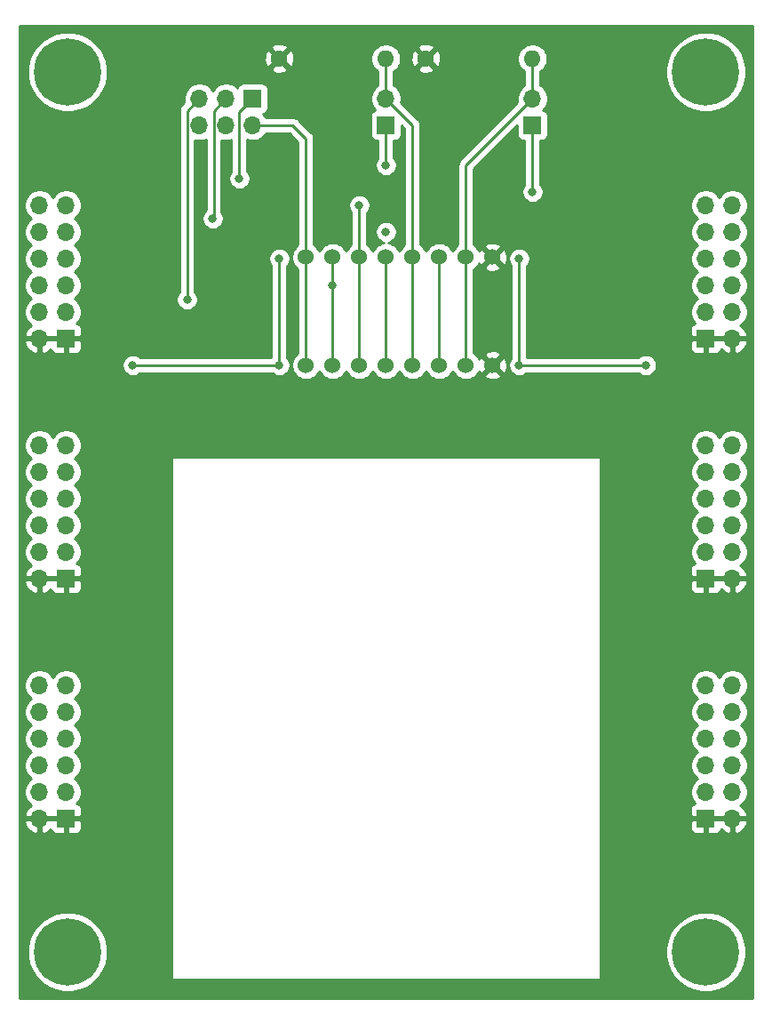
<source format=gbr>
%TF.GenerationSoftware,KiCad,Pcbnew,5.1.10*%
%TF.CreationDate,2022-01-14T13:32:53+01:00*%
%TF.ProjectId,modules_board,6d6f6475-6c65-4735-9f62-6f6172642e6b,rev?*%
%TF.SameCoordinates,Original*%
%TF.FileFunction,Copper,L2,Bot*%
%TF.FilePolarity,Positive*%
%FSLAX46Y46*%
G04 Gerber Fmt 4.6, Leading zero omitted, Abs format (unit mm)*
G04 Created by KiCad (PCBNEW 5.1.10) date 2022-01-14 13:32:53*
%MOMM*%
%LPD*%
G01*
G04 APERTURE LIST*
%TA.AperFunction,ComponentPad*%
%ADD10O,1.600000X1.600000*%
%TD*%
%TA.AperFunction,ComponentPad*%
%ADD11C,1.600000*%
%TD*%
%TA.AperFunction,ComponentPad*%
%ADD12C,1.524000*%
%TD*%
%TA.AperFunction,ComponentPad*%
%ADD13O,1.700000X1.700000*%
%TD*%
%TA.AperFunction,ComponentPad*%
%ADD14R,1.700000X1.700000*%
%TD*%
%TA.AperFunction,ComponentPad*%
%ADD15C,0.800000*%
%TD*%
%TA.AperFunction,ComponentPad*%
%ADD16C,6.400000*%
%TD*%
%TA.AperFunction,ViaPad*%
%ADD17C,0.800000*%
%TD*%
%TA.AperFunction,Conductor*%
%ADD18C,0.250000*%
%TD*%
%TA.AperFunction,Conductor*%
%ADD19C,0.254000*%
%TD*%
%TA.AperFunction,Conductor*%
%ADD20C,0.100000*%
%TD*%
G04 APERTURE END LIST*
D10*
%TO.P,R2,2*%
%TO.N,INT*%
X93980000Y-46990000D03*
D11*
%TO.P,R2,1*%
%TO.N,VCC*%
X83820000Y-46990000D03*
%TD*%
D10*
%TO.P,R1,2*%
%TO.N,RESET*%
X107950000Y-46990000D03*
D11*
%TO.P,R1,1*%
%TO.N,VCC*%
X97790000Y-46990000D03*
%TD*%
D12*
%TO.P,U1,8*%
%TO.N,CS*%
X86360000Y-65900000D03*
%TO.P,U1,7*%
%TO.N,PMOD_SPI_SCK*%
X88900000Y-65900000D03*
%TO.P,U1,6*%
%TO.N,PMOD_SPI_MOSI*%
X91440000Y-65900000D03*
%TO.P,U1,5*%
%TO.N,PMOD_SPI_MISO*%
X93980000Y-65900000D03*
%TO.P,U1,4*%
%TO.N,INT*%
X96520000Y-65900000D03*
%TO.P,U1,3*%
%TO.N,GND*%
X99060000Y-65900000D03*
%TO.P,U1,2*%
%TO.N,RESET*%
X101600000Y-65900000D03*
%TO.P,U1,1*%
%TO.N,VCC*%
X104140000Y-65900000D03*
%TO.P,U1,8*%
%TO.N,CS*%
X86360000Y-76200000D03*
%TO.P,U1,7*%
%TO.N,PMOD_SPI_SCK*%
X88900000Y-76200000D03*
%TO.P,U1,6*%
%TO.N,PMOD_SPI_MOSI*%
X91440000Y-76200000D03*
%TO.P,U1,5*%
%TO.N,PMOD_SPI_MISO*%
X93980000Y-76200000D03*
%TO.P,U1,4*%
%TO.N,INT*%
X96520000Y-76200000D03*
%TO.P,U1,3*%
%TO.N,GND*%
X99060000Y-76200000D03*
%TO.P,U1,2*%
%TO.N,RESET*%
X101600000Y-76200000D03*
%TO.P,U1,1*%
%TO.N,VCC*%
X104140000Y-76200000D03*
%TD*%
D13*
%TO.P,J1,12*%
%TO.N,PMOD_I2C_GPIO1*%
X60960000Y-106680000D03*
%TO.P,J1,11*%
%TO.N,PMOD_I2C_INT*%
X63500000Y-106680000D03*
%TO.P,J1,10*%
%TO.N,PMOD_I2C_GPIO2*%
X60960000Y-109220000D03*
%TO.P,J1,9*%
%TO.N,PMOD_I2C_RESET*%
X63500000Y-109220000D03*
%TO.P,J1,8*%
%TO.N,PMOD_I2C_GPIO3*%
X60960000Y-111760000D03*
%TO.P,J1,7*%
%TO.N,PMOD_I2C_SCL*%
X63500000Y-111760000D03*
%TO.P,J1,6*%
%TO.N,PMOD_I2C_GPIO4*%
X60960000Y-114300000D03*
%TO.P,J1,5*%
%TO.N,PMOD_I2C_SDA*%
X63500000Y-114300000D03*
%TO.P,J1,4*%
%TO.N,GND*%
X60960000Y-116840000D03*
%TO.P,J1,3*%
X63500000Y-116840000D03*
%TO.P,J1,2*%
%TO.N,VCC*%
X60960000Y-119380000D03*
D14*
%TO.P,J1,1*%
X63500000Y-119380000D03*
%TD*%
D13*
%TO.P,J11,2*%
%TO.N,INT*%
X93980000Y-50800000D03*
D14*
%TO.P,J11,1*%
%TO.N,PMOD_SPI_INT*%
X93980000Y-53340000D03*
%TD*%
D13*
%TO.P,J10,2*%
%TO.N,RESET*%
X107950000Y-50800000D03*
D14*
%TO.P,J10,1*%
%TO.N,PMOD_SPI_RESET*%
X107950000Y-53340000D03*
%TD*%
D13*
%TO.P,J4,6*%
%TO.N,CS*%
X76200000Y-53340000D03*
%TO.P,J4,5*%
%TO.N,PMOD_SPI_CS3*%
X76200000Y-50800000D03*
%TO.P,J4,4*%
%TO.N,CS*%
X78740000Y-53340000D03*
%TO.P,J4,3*%
%TO.N,PMOD_SPI_CS2*%
X78740000Y-50800000D03*
%TO.P,J4,2*%
%TO.N,CS*%
X81280000Y-53340000D03*
D14*
%TO.P,J4,1*%
%TO.N,PMOD_SPI_CS*%
X81280000Y-50800000D03*
%TD*%
D15*
%TO.P,H4,1*%
%TO.N,N/C*%
X126157056Y-130382944D03*
X124460000Y-129680000D03*
X122762944Y-130382944D03*
X122060000Y-132080000D03*
X122762944Y-133777056D03*
X124460000Y-134480000D03*
X126157056Y-133777056D03*
X126860000Y-132080000D03*
D16*
X124460000Y-132080000D03*
%TD*%
D15*
%TO.P,H3,1*%
%TO.N,N/C*%
X126157056Y-46562944D03*
X124460000Y-45860000D03*
X122762944Y-46562944D03*
X122060000Y-48260000D03*
X122762944Y-49957056D03*
X124460000Y-50660000D03*
X126157056Y-49957056D03*
X126860000Y-48260000D03*
D16*
X124460000Y-48260000D03*
%TD*%
D15*
%TO.P,H2,1*%
%TO.N,N/C*%
X65337056Y-130382944D03*
X63640000Y-129680000D03*
X61942944Y-130382944D03*
X61240000Y-132080000D03*
X61942944Y-133777056D03*
X63640000Y-134480000D03*
X65337056Y-133777056D03*
X66040000Y-132080000D03*
D16*
X63640000Y-132080000D03*
%TD*%
D15*
%TO.P,H1,1*%
%TO.N,N/C*%
X65337056Y-46562944D03*
X63640000Y-45860000D03*
X61942944Y-46562944D03*
X61240000Y-48260000D03*
X61942944Y-49957056D03*
X63640000Y-50660000D03*
X65337056Y-49957056D03*
X66040000Y-48260000D03*
D16*
X63640000Y-48260000D03*
%TD*%
D13*
%TO.P,J9,12*%
%TO.N,PMOD_SPI_INT*%
X127000000Y-60960000D03*
%TO.P,J9,11*%
%TO.N,PMOD_SPI_CS*%
X124460000Y-60960000D03*
%TO.P,J9,10*%
%TO.N,PMOD_SPI_RESET*%
X127000000Y-63500000D03*
%TO.P,J9,9*%
%TO.N,PMOD_SPI_MOSI*%
X124460000Y-63500000D03*
%TO.P,J9,8*%
%TO.N,PMOD_SPI_CS2*%
X127000000Y-66040000D03*
%TO.P,J9,7*%
%TO.N,PMOD_SPI_MISO*%
X124460000Y-66040000D03*
%TO.P,J9,6*%
%TO.N,PMOD_SPI_CS3*%
X127000000Y-68580000D03*
%TO.P,J9,5*%
%TO.N,PMOD_SPI_SCK*%
X124460000Y-68580000D03*
%TO.P,J9,4*%
%TO.N,GND*%
X127000000Y-71120000D03*
%TO.P,J9,3*%
X124460000Y-71120000D03*
%TO.P,J9,2*%
%TO.N,VCC*%
X127000000Y-73660000D03*
D14*
%TO.P,J9,1*%
X124460000Y-73660000D03*
%TD*%
D13*
%TO.P,J8,12*%
%TO.N,PMOD_UART_INT*%
X127000000Y-83820000D03*
%TO.P,J8,11*%
%TO.N,PMOD_UART_CTS*%
X124460000Y-83820000D03*
%TO.P,J8,10*%
%TO.N,PMOD_UART_RESER*%
X127000000Y-86360000D03*
%TO.P,J8,9*%
%TO.N,PMOD_UART_TXD*%
X124460000Y-86360000D03*
%TO.P,J8,8*%
%TO.N,PMOD_UART_GPIO3*%
X127000000Y-88900000D03*
%TO.P,J8,7*%
%TO.N,PMOD_UART_RXD*%
X124460000Y-88900000D03*
%TO.P,J8,6*%
%TO.N,PMOD_UART_GPIO4*%
X127000000Y-91440000D03*
%TO.P,J8,5*%
%TO.N,PMOD_UART_RTS*%
X124460000Y-91440000D03*
%TO.P,J8,4*%
%TO.N,GND*%
X127000000Y-93980000D03*
%TO.P,J8,3*%
X124460000Y-93980000D03*
%TO.P,J8,2*%
%TO.N,VCC*%
X127000000Y-96520000D03*
D14*
%TO.P,J8,1*%
X124460000Y-96520000D03*
%TD*%
D13*
%TO.P,J7,12*%
%TO.N,PMOD_I2C_GPIO1*%
X127000000Y-106680000D03*
%TO.P,J7,11*%
%TO.N,PMOD_I2C_INT*%
X124460000Y-106680000D03*
%TO.P,J7,10*%
%TO.N,PMOD_I2C_GPIO2*%
X127000000Y-109220000D03*
%TO.P,J7,9*%
%TO.N,PMOD_I2C_RESET*%
X124460000Y-109220000D03*
%TO.P,J7,8*%
%TO.N,PMOD_I2C_GPIO3*%
X127000000Y-111760000D03*
%TO.P,J7,7*%
%TO.N,PMOD_I2C_SCL*%
X124460000Y-111760000D03*
%TO.P,J7,6*%
%TO.N,PMOD_I2C_GPIO4*%
X127000000Y-114300000D03*
%TO.P,J7,5*%
%TO.N,PMOD_I2C_SDA*%
X124460000Y-114300000D03*
%TO.P,J7,4*%
%TO.N,GND*%
X127000000Y-116840000D03*
%TO.P,J7,3*%
X124460000Y-116840000D03*
%TO.P,J7,2*%
%TO.N,VCC*%
X127000000Y-119380000D03*
D14*
%TO.P,J7,1*%
X124460000Y-119380000D03*
%TD*%
D13*
%TO.P,J3,12*%
%TO.N,PMOD_SPI_INT*%
X60960000Y-60960000D03*
%TO.P,J3,11*%
%TO.N,PMOD_SPI_CS*%
X63500000Y-60960000D03*
%TO.P,J3,10*%
%TO.N,PMOD_SPI_RESET*%
X60960000Y-63500000D03*
%TO.P,J3,9*%
%TO.N,PMOD_SPI_MOSI*%
X63500000Y-63500000D03*
%TO.P,J3,8*%
%TO.N,PMOD_SPI_CS2*%
X60960000Y-66040000D03*
%TO.P,J3,7*%
%TO.N,PMOD_SPI_MISO*%
X63500000Y-66040000D03*
%TO.P,J3,6*%
%TO.N,PMOD_SPI_CS3*%
X60960000Y-68580000D03*
%TO.P,J3,5*%
%TO.N,PMOD_SPI_SCK*%
X63500000Y-68580000D03*
%TO.P,J3,4*%
%TO.N,GND*%
X60960000Y-71120000D03*
%TO.P,J3,3*%
X63500000Y-71120000D03*
%TO.P,J3,2*%
%TO.N,VCC*%
X60960000Y-73660000D03*
D14*
%TO.P,J3,1*%
X63500000Y-73660000D03*
%TD*%
D13*
%TO.P,J2,12*%
%TO.N,PMOD_UART_INT*%
X60960000Y-83820000D03*
%TO.P,J2,11*%
%TO.N,PMOD_UART_CTS*%
X63500000Y-83820000D03*
%TO.P,J2,10*%
%TO.N,PMOD_UART_RESER*%
X60960000Y-86360000D03*
%TO.P,J2,9*%
%TO.N,PMOD_UART_TXD*%
X63500000Y-86360000D03*
%TO.P,J2,8*%
%TO.N,PMOD_UART_GPIO3*%
X60960000Y-88900000D03*
%TO.P,J2,7*%
%TO.N,PMOD_UART_RXD*%
X63500000Y-88900000D03*
%TO.P,J2,6*%
%TO.N,PMOD_UART_GPIO4*%
X60960000Y-91440000D03*
%TO.P,J2,5*%
%TO.N,PMOD_UART_RTS*%
X63500000Y-91440000D03*
%TO.P,J2,4*%
%TO.N,GND*%
X60960000Y-93980000D03*
%TO.P,J2,3*%
X63500000Y-93980000D03*
%TO.P,J2,2*%
%TO.N,VCC*%
X60960000Y-96520000D03*
D14*
%TO.P,J2,1*%
X63500000Y-96520000D03*
%TD*%
D17*
%TO.N,GND*%
X106680000Y-66040000D03*
X83820000Y-66040000D03*
X106680000Y-76200000D03*
X83820000Y-76200000D03*
X118745000Y-76200000D03*
X69850000Y-76200000D03*
%TO.N,PMOD_SPI_INT*%
X93980000Y-57150000D03*
%TO.N,PMOD_SPI_CS*%
X80010000Y-58420000D03*
%TO.N,PMOD_SPI_RESET*%
X107950000Y-59690000D03*
%TO.N,PMOD_SPI_MOSI*%
X91440000Y-60960000D03*
%TO.N,PMOD_SPI_CS2*%
X77470000Y-62230000D03*
%TO.N,PMOD_SPI_MISO*%
X93980000Y-63500000D03*
%TO.N,PMOD_SPI_CS3*%
X75024999Y-69944999D03*
%TO.N,PMOD_SPI_SCK*%
X88900000Y-68580000D03*
%TD*%
D18*
%TO.N,GND*%
X99060000Y-65900000D02*
X99060000Y-76200000D01*
X83820000Y-76200000D02*
X83820000Y-71120000D01*
X83820000Y-71120000D02*
X83820000Y-66040000D01*
X106680000Y-76200000D02*
X106680000Y-71120000D01*
X106680000Y-71120000D02*
X106680000Y-66040000D01*
X83820000Y-76200000D02*
X69850000Y-76200000D01*
X106680000Y-76200000D02*
X118745000Y-76200000D01*
%TO.N,PMOD_SPI_INT*%
X93980000Y-53340000D02*
X93980000Y-57150000D01*
%TO.N,PMOD_SPI_CS*%
X80010000Y-52070000D02*
X80010000Y-58420000D01*
X81280000Y-50800000D02*
X80010000Y-52070000D01*
%TO.N,PMOD_SPI_RESET*%
X107950000Y-53340000D02*
X107950000Y-59690000D01*
%TO.N,PMOD_SPI_MOSI*%
X91440000Y-65900000D02*
X91440000Y-60960000D01*
X91440000Y-65900000D02*
X91440000Y-76200000D01*
%TO.N,PMOD_SPI_CS2*%
X77564999Y-62135001D02*
X77470000Y-62230000D01*
X77564999Y-51975001D02*
X77564999Y-62135001D01*
X78740000Y-50800000D02*
X77564999Y-51975001D01*
%TO.N,PMOD_SPI_MISO*%
X93980000Y-65900000D02*
X93980000Y-76200000D01*
%TO.N,PMOD_SPI_CS3*%
X75024999Y-51975001D02*
X75024999Y-69944999D01*
X76200000Y-50800000D02*
X75024999Y-51975001D01*
%TO.N,PMOD_SPI_SCK*%
X88900000Y-65900000D02*
X88900000Y-68580000D01*
X88900000Y-68580000D02*
X88900000Y-76200000D01*
%TO.N,CS*%
X85090000Y-53340000D02*
X81280000Y-53340000D01*
X86360000Y-54610000D02*
X85090000Y-53340000D01*
X86360000Y-65900000D02*
X86360000Y-54610000D01*
X86360000Y-65900000D02*
X86360000Y-76200000D01*
%TO.N,RESET*%
X101600000Y-57150000D02*
X107950000Y-50800000D01*
X101600000Y-65900000D02*
X101600000Y-57150000D01*
X101600000Y-65900000D02*
X101600000Y-76200000D01*
X107950000Y-50800000D02*
X107950000Y-46990000D01*
%TO.N,INT*%
X93980000Y-50800000D02*
X96520000Y-53340000D01*
X96520000Y-53340000D02*
X96520000Y-65900000D01*
X96520000Y-65900000D02*
X96520000Y-76200000D01*
X93980000Y-50800000D02*
X93980000Y-46990000D01*
%TD*%
D19*
%TO.N,VCC*%
X128880001Y-136500000D02*
X59080000Y-136500000D01*
X59080000Y-131702285D01*
X59805000Y-131702285D01*
X59805000Y-132457715D01*
X59952377Y-133198628D01*
X60241467Y-133896554D01*
X60661161Y-134524670D01*
X61195330Y-135058839D01*
X61823446Y-135478533D01*
X62521372Y-135767623D01*
X63262285Y-135915000D01*
X64017715Y-135915000D01*
X64758628Y-135767623D01*
X65456554Y-135478533D01*
X66084670Y-135058839D01*
X66618839Y-134524670D01*
X67038533Y-133896554D01*
X67327623Y-133198628D01*
X67475000Y-132457715D01*
X67475000Y-131702285D01*
X67327623Y-130961372D01*
X67038533Y-130263446D01*
X66618839Y-129635330D01*
X66084670Y-129101161D01*
X65456554Y-128681467D01*
X64758628Y-128392377D01*
X64017715Y-128245000D01*
X63262285Y-128245000D01*
X62521372Y-128392377D01*
X61823446Y-128681467D01*
X61195330Y-129101161D01*
X60661161Y-129635330D01*
X60241467Y-130263446D01*
X59952377Y-130961372D01*
X59805000Y-131702285D01*
X59080000Y-131702285D01*
X59080000Y-119736890D01*
X59518524Y-119736890D01*
X59563175Y-119884099D01*
X59688359Y-120146920D01*
X59862412Y-120380269D01*
X60078645Y-120575178D01*
X60328748Y-120724157D01*
X60603109Y-120821481D01*
X60833000Y-120700814D01*
X60833000Y-119507000D01*
X61087000Y-119507000D01*
X61087000Y-120700814D01*
X61316891Y-120821481D01*
X61591252Y-120724157D01*
X61841355Y-120575178D01*
X62037502Y-120398374D01*
X62060498Y-120474180D01*
X62119463Y-120584494D01*
X62198815Y-120681185D01*
X62295506Y-120760537D01*
X62405820Y-120819502D01*
X62525518Y-120855812D01*
X62650000Y-120868072D01*
X63214250Y-120865000D01*
X63373000Y-120706250D01*
X63373000Y-119507000D01*
X63627000Y-119507000D01*
X63627000Y-120706250D01*
X63785750Y-120865000D01*
X64350000Y-120868072D01*
X64474482Y-120855812D01*
X64594180Y-120819502D01*
X64704494Y-120760537D01*
X64801185Y-120681185D01*
X64880537Y-120584494D01*
X64939502Y-120474180D01*
X64975812Y-120354482D01*
X64988072Y-120230000D01*
X64985000Y-119665750D01*
X64826250Y-119507000D01*
X63627000Y-119507000D01*
X63373000Y-119507000D01*
X61087000Y-119507000D01*
X60833000Y-119507000D01*
X59639845Y-119507000D01*
X59518524Y-119736890D01*
X59080000Y-119736890D01*
X59080000Y-106533740D01*
X59475000Y-106533740D01*
X59475000Y-106826260D01*
X59532068Y-107113158D01*
X59644010Y-107383411D01*
X59806525Y-107626632D01*
X60013368Y-107833475D01*
X60187760Y-107950000D01*
X60013368Y-108066525D01*
X59806525Y-108273368D01*
X59644010Y-108516589D01*
X59532068Y-108786842D01*
X59475000Y-109073740D01*
X59475000Y-109366260D01*
X59532068Y-109653158D01*
X59644010Y-109923411D01*
X59806525Y-110166632D01*
X60013368Y-110373475D01*
X60187760Y-110490000D01*
X60013368Y-110606525D01*
X59806525Y-110813368D01*
X59644010Y-111056589D01*
X59532068Y-111326842D01*
X59475000Y-111613740D01*
X59475000Y-111906260D01*
X59532068Y-112193158D01*
X59644010Y-112463411D01*
X59806525Y-112706632D01*
X60013368Y-112913475D01*
X60187760Y-113030000D01*
X60013368Y-113146525D01*
X59806525Y-113353368D01*
X59644010Y-113596589D01*
X59532068Y-113866842D01*
X59475000Y-114153740D01*
X59475000Y-114446260D01*
X59532068Y-114733158D01*
X59644010Y-115003411D01*
X59806525Y-115246632D01*
X60013368Y-115453475D01*
X60187760Y-115570000D01*
X60013368Y-115686525D01*
X59806525Y-115893368D01*
X59644010Y-116136589D01*
X59532068Y-116406842D01*
X59475000Y-116693740D01*
X59475000Y-116986260D01*
X59532068Y-117273158D01*
X59644010Y-117543411D01*
X59806525Y-117786632D01*
X60013368Y-117993475D01*
X60195534Y-118115195D01*
X60078645Y-118184822D01*
X59862412Y-118379731D01*
X59688359Y-118613080D01*
X59563175Y-118875901D01*
X59518524Y-119023110D01*
X59639845Y-119253000D01*
X60833000Y-119253000D01*
X60833000Y-119233000D01*
X61087000Y-119233000D01*
X61087000Y-119253000D01*
X63373000Y-119253000D01*
X63373000Y-119233000D01*
X63627000Y-119233000D01*
X63627000Y-119253000D01*
X64826250Y-119253000D01*
X64985000Y-119094250D01*
X64988072Y-118530000D01*
X64975812Y-118405518D01*
X64939502Y-118285820D01*
X64880537Y-118175506D01*
X64801185Y-118078815D01*
X64704494Y-117999463D01*
X64594180Y-117940498D01*
X64521620Y-117918487D01*
X64653475Y-117786632D01*
X64815990Y-117543411D01*
X64927932Y-117273158D01*
X64985000Y-116986260D01*
X64985000Y-116693740D01*
X64927932Y-116406842D01*
X64815990Y-116136589D01*
X64653475Y-115893368D01*
X64446632Y-115686525D01*
X64272240Y-115570000D01*
X64446632Y-115453475D01*
X64653475Y-115246632D01*
X64815990Y-115003411D01*
X64927932Y-114733158D01*
X64985000Y-114446260D01*
X64985000Y-114153740D01*
X64927932Y-113866842D01*
X64815990Y-113596589D01*
X64653475Y-113353368D01*
X64446632Y-113146525D01*
X64272240Y-113030000D01*
X64446632Y-112913475D01*
X64653475Y-112706632D01*
X64815990Y-112463411D01*
X64927932Y-112193158D01*
X64985000Y-111906260D01*
X64985000Y-111613740D01*
X64927932Y-111326842D01*
X64815990Y-111056589D01*
X64653475Y-110813368D01*
X64446632Y-110606525D01*
X64272240Y-110490000D01*
X64446632Y-110373475D01*
X64653475Y-110166632D01*
X64815990Y-109923411D01*
X64927932Y-109653158D01*
X64985000Y-109366260D01*
X64985000Y-109073740D01*
X64927932Y-108786842D01*
X64815990Y-108516589D01*
X64653475Y-108273368D01*
X64446632Y-108066525D01*
X64272240Y-107950000D01*
X64446632Y-107833475D01*
X64653475Y-107626632D01*
X64815990Y-107383411D01*
X64927932Y-107113158D01*
X64985000Y-106826260D01*
X64985000Y-106533740D01*
X64927932Y-106246842D01*
X64815990Y-105976589D01*
X64653475Y-105733368D01*
X64446632Y-105526525D01*
X64203411Y-105364010D01*
X63933158Y-105252068D01*
X63646260Y-105195000D01*
X63353740Y-105195000D01*
X63066842Y-105252068D01*
X62796589Y-105364010D01*
X62553368Y-105526525D01*
X62346525Y-105733368D01*
X62230000Y-105907760D01*
X62113475Y-105733368D01*
X61906632Y-105526525D01*
X61663411Y-105364010D01*
X61393158Y-105252068D01*
X61106260Y-105195000D01*
X60813740Y-105195000D01*
X60526842Y-105252068D01*
X60256589Y-105364010D01*
X60013368Y-105526525D01*
X59806525Y-105733368D01*
X59644010Y-105976589D01*
X59532068Y-106246842D01*
X59475000Y-106533740D01*
X59080000Y-106533740D01*
X59080000Y-96876890D01*
X59518524Y-96876890D01*
X59563175Y-97024099D01*
X59688359Y-97286920D01*
X59862412Y-97520269D01*
X60078645Y-97715178D01*
X60328748Y-97864157D01*
X60603109Y-97961481D01*
X60833000Y-97840814D01*
X60833000Y-96647000D01*
X61087000Y-96647000D01*
X61087000Y-97840814D01*
X61316891Y-97961481D01*
X61591252Y-97864157D01*
X61841355Y-97715178D01*
X62037502Y-97538374D01*
X62060498Y-97614180D01*
X62119463Y-97724494D01*
X62198815Y-97821185D01*
X62295506Y-97900537D01*
X62405820Y-97959502D01*
X62525518Y-97995812D01*
X62650000Y-98008072D01*
X63214250Y-98005000D01*
X63373000Y-97846250D01*
X63373000Y-96647000D01*
X63627000Y-96647000D01*
X63627000Y-97846250D01*
X63785750Y-98005000D01*
X64350000Y-98008072D01*
X64474482Y-97995812D01*
X64594180Y-97959502D01*
X64704494Y-97900537D01*
X64801185Y-97821185D01*
X64880537Y-97724494D01*
X64939502Y-97614180D01*
X64975812Y-97494482D01*
X64988072Y-97370000D01*
X64985000Y-96805750D01*
X64826250Y-96647000D01*
X63627000Y-96647000D01*
X63373000Y-96647000D01*
X61087000Y-96647000D01*
X60833000Y-96647000D01*
X59639845Y-96647000D01*
X59518524Y-96876890D01*
X59080000Y-96876890D01*
X59080000Y-83673740D01*
X59475000Y-83673740D01*
X59475000Y-83966260D01*
X59532068Y-84253158D01*
X59644010Y-84523411D01*
X59806525Y-84766632D01*
X60013368Y-84973475D01*
X60187760Y-85090000D01*
X60013368Y-85206525D01*
X59806525Y-85413368D01*
X59644010Y-85656589D01*
X59532068Y-85926842D01*
X59475000Y-86213740D01*
X59475000Y-86506260D01*
X59532068Y-86793158D01*
X59644010Y-87063411D01*
X59806525Y-87306632D01*
X60013368Y-87513475D01*
X60187760Y-87630000D01*
X60013368Y-87746525D01*
X59806525Y-87953368D01*
X59644010Y-88196589D01*
X59532068Y-88466842D01*
X59475000Y-88753740D01*
X59475000Y-89046260D01*
X59532068Y-89333158D01*
X59644010Y-89603411D01*
X59806525Y-89846632D01*
X60013368Y-90053475D01*
X60187760Y-90170000D01*
X60013368Y-90286525D01*
X59806525Y-90493368D01*
X59644010Y-90736589D01*
X59532068Y-91006842D01*
X59475000Y-91293740D01*
X59475000Y-91586260D01*
X59532068Y-91873158D01*
X59644010Y-92143411D01*
X59806525Y-92386632D01*
X60013368Y-92593475D01*
X60187760Y-92710000D01*
X60013368Y-92826525D01*
X59806525Y-93033368D01*
X59644010Y-93276589D01*
X59532068Y-93546842D01*
X59475000Y-93833740D01*
X59475000Y-94126260D01*
X59532068Y-94413158D01*
X59644010Y-94683411D01*
X59806525Y-94926632D01*
X60013368Y-95133475D01*
X60195534Y-95255195D01*
X60078645Y-95324822D01*
X59862412Y-95519731D01*
X59688359Y-95753080D01*
X59563175Y-96015901D01*
X59518524Y-96163110D01*
X59639845Y-96393000D01*
X60833000Y-96393000D01*
X60833000Y-96373000D01*
X61087000Y-96373000D01*
X61087000Y-96393000D01*
X63373000Y-96393000D01*
X63373000Y-96373000D01*
X63627000Y-96373000D01*
X63627000Y-96393000D01*
X64826250Y-96393000D01*
X64985000Y-96234250D01*
X64988072Y-95670000D01*
X64975812Y-95545518D01*
X64939502Y-95425820D01*
X64880537Y-95315506D01*
X64801185Y-95218815D01*
X64704494Y-95139463D01*
X64594180Y-95080498D01*
X64521620Y-95058487D01*
X64653475Y-94926632D01*
X64815990Y-94683411D01*
X64927932Y-94413158D01*
X64985000Y-94126260D01*
X64985000Y-93833740D01*
X64927932Y-93546842D01*
X64815990Y-93276589D01*
X64653475Y-93033368D01*
X64446632Y-92826525D01*
X64272240Y-92710000D01*
X64446632Y-92593475D01*
X64653475Y-92386632D01*
X64815990Y-92143411D01*
X64927932Y-91873158D01*
X64985000Y-91586260D01*
X64985000Y-91293740D01*
X64927932Y-91006842D01*
X64815990Y-90736589D01*
X64653475Y-90493368D01*
X64446632Y-90286525D01*
X64272240Y-90170000D01*
X64446632Y-90053475D01*
X64653475Y-89846632D01*
X64815990Y-89603411D01*
X64927932Y-89333158D01*
X64985000Y-89046260D01*
X64985000Y-88753740D01*
X64927932Y-88466842D01*
X64815990Y-88196589D01*
X64653475Y-87953368D01*
X64446632Y-87746525D01*
X64272240Y-87630000D01*
X64446632Y-87513475D01*
X64653475Y-87306632D01*
X64815990Y-87063411D01*
X64927932Y-86793158D01*
X64985000Y-86506260D01*
X64985000Y-86213740D01*
X64927932Y-85926842D01*
X64815990Y-85656589D01*
X64653475Y-85413368D01*
X64446632Y-85206525D01*
X64272240Y-85090000D01*
X73533000Y-85090000D01*
X73533000Y-134620000D01*
X73535440Y-134644776D01*
X73542667Y-134668601D01*
X73554403Y-134690557D01*
X73570197Y-134709803D01*
X73589443Y-134725597D01*
X73611399Y-134737333D01*
X73635224Y-134744560D01*
X73660000Y-134747000D01*
X114300000Y-134747000D01*
X114324776Y-134744560D01*
X114348601Y-134737333D01*
X114370557Y-134725597D01*
X114389803Y-134709803D01*
X114405597Y-134690557D01*
X114417333Y-134668601D01*
X114424560Y-134644776D01*
X114427000Y-134620000D01*
X114427000Y-131702285D01*
X120625000Y-131702285D01*
X120625000Y-132457715D01*
X120772377Y-133198628D01*
X121061467Y-133896554D01*
X121481161Y-134524670D01*
X122015330Y-135058839D01*
X122643446Y-135478533D01*
X123341372Y-135767623D01*
X124082285Y-135915000D01*
X124837715Y-135915000D01*
X125578628Y-135767623D01*
X126276554Y-135478533D01*
X126904670Y-135058839D01*
X127438839Y-134524670D01*
X127858533Y-133896554D01*
X128147623Y-133198628D01*
X128295000Y-132457715D01*
X128295000Y-131702285D01*
X128147623Y-130961372D01*
X127858533Y-130263446D01*
X127438839Y-129635330D01*
X126904670Y-129101161D01*
X126276554Y-128681467D01*
X125578628Y-128392377D01*
X124837715Y-128245000D01*
X124082285Y-128245000D01*
X123341372Y-128392377D01*
X122643446Y-128681467D01*
X122015330Y-129101161D01*
X121481161Y-129635330D01*
X121061467Y-130263446D01*
X120772377Y-130961372D01*
X120625000Y-131702285D01*
X114427000Y-131702285D01*
X114427000Y-120230000D01*
X122971928Y-120230000D01*
X122984188Y-120354482D01*
X123020498Y-120474180D01*
X123079463Y-120584494D01*
X123158815Y-120681185D01*
X123255506Y-120760537D01*
X123365820Y-120819502D01*
X123485518Y-120855812D01*
X123610000Y-120868072D01*
X124174250Y-120865000D01*
X124333000Y-120706250D01*
X124333000Y-119507000D01*
X124587000Y-119507000D01*
X124587000Y-120706250D01*
X124745750Y-120865000D01*
X125310000Y-120868072D01*
X125434482Y-120855812D01*
X125554180Y-120819502D01*
X125664494Y-120760537D01*
X125761185Y-120681185D01*
X125840537Y-120584494D01*
X125899502Y-120474180D01*
X125922498Y-120398374D01*
X126118645Y-120575178D01*
X126368748Y-120724157D01*
X126643109Y-120821481D01*
X126873000Y-120700814D01*
X126873000Y-119507000D01*
X127127000Y-119507000D01*
X127127000Y-120700814D01*
X127356891Y-120821481D01*
X127631252Y-120724157D01*
X127881355Y-120575178D01*
X128097588Y-120380269D01*
X128271641Y-120146920D01*
X128396825Y-119884099D01*
X128441476Y-119736890D01*
X128320155Y-119507000D01*
X127127000Y-119507000D01*
X126873000Y-119507000D01*
X124587000Y-119507000D01*
X124333000Y-119507000D01*
X123133750Y-119507000D01*
X122975000Y-119665750D01*
X122971928Y-120230000D01*
X114427000Y-120230000D01*
X114427000Y-118530000D01*
X122971928Y-118530000D01*
X122975000Y-119094250D01*
X123133750Y-119253000D01*
X124333000Y-119253000D01*
X124333000Y-119233000D01*
X124587000Y-119233000D01*
X124587000Y-119253000D01*
X126873000Y-119253000D01*
X126873000Y-119233000D01*
X127127000Y-119233000D01*
X127127000Y-119253000D01*
X128320155Y-119253000D01*
X128441476Y-119023110D01*
X128396825Y-118875901D01*
X128271641Y-118613080D01*
X128097588Y-118379731D01*
X127881355Y-118184822D01*
X127764466Y-118115195D01*
X127946632Y-117993475D01*
X128153475Y-117786632D01*
X128315990Y-117543411D01*
X128427932Y-117273158D01*
X128485000Y-116986260D01*
X128485000Y-116693740D01*
X128427932Y-116406842D01*
X128315990Y-116136589D01*
X128153475Y-115893368D01*
X127946632Y-115686525D01*
X127772240Y-115570000D01*
X127946632Y-115453475D01*
X128153475Y-115246632D01*
X128315990Y-115003411D01*
X128427932Y-114733158D01*
X128485000Y-114446260D01*
X128485000Y-114153740D01*
X128427932Y-113866842D01*
X128315990Y-113596589D01*
X128153475Y-113353368D01*
X127946632Y-113146525D01*
X127772240Y-113030000D01*
X127946632Y-112913475D01*
X128153475Y-112706632D01*
X128315990Y-112463411D01*
X128427932Y-112193158D01*
X128485000Y-111906260D01*
X128485000Y-111613740D01*
X128427932Y-111326842D01*
X128315990Y-111056589D01*
X128153475Y-110813368D01*
X127946632Y-110606525D01*
X127772240Y-110490000D01*
X127946632Y-110373475D01*
X128153475Y-110166632D01*
X128315990Y-109923411D01*
X128427932Y-109653158D01*
X128485000Y-109366260D01*
X128485000Y-109073740D01*
X128427932Y-108786842D01*
X128315990Y-108516589D01*
X128153475Y-108273368D01*
X127946632Y-108066525D01*
X127772240Y-107950000D01*
X127946632Y-107833475D01*
X128153475Y-107626632D01*
X128315990Y-107383411D01*
X128427932Y-107113158D01*
X128485000Y-106826260D01*
X128485000Y-106533740D01*
X128427932Y-106246842D01*
X128315990Y-105976589D01*
X128153475Y-105733368D01*
X127946632Y-105526525D01*
X127703411Y-105364010D01*
X127433158Y-105252068D01*
X127146260Y-105195000D01*
X126853740Y-105195000D01*
X126566842Y-105252068D01*
X126296589Y-105364010D01*
X126053368Y-105526525D01*
X125846525Y-105733368D01*
X125730000Y-105907760D01*
X125613475Y-105733368D01*
X125406632Y-105526525D01*
X125163411Y-105364010D01*
X124893158Y-105252068D01*
X124606260Y-105195000D01*
X124313740Y-105195000D01*
X124026842Y-105252068D01*
X123756589Y-105364010D01*
X123513368Y-105526525D01*
X123306525Y-105733368D01*
X123144010Y-105976589D01*
X123032068Y-106246842D01*
X122975000Y-106533740D01*
X122975000Y-106826260D01*
X123032068Y-107113158D01*
X123144010Y-107383411D01*
X123306525Y-107626632D01*
X123513368Y-107833475D01*
X123687760Y-107950000D01*
X123513368Y-108066525D01*
X123306525Y-108273368D01*
X123144010Y-108516589D01*
X123032068Y-108786842D01*
X122975000Y-109073740D01*
X122975000Y-109366260D01*
X123032068Y-109653158D01*
X123144010Y-109923411D01*
X123306525Y-110166632D01*
X123513368Y-110373475D01*
X123687760Y-110490000D01*
X123513368Y-110606525D01*
X123306525Y-110813368D01*
X123144010Y-111056589D01*
X123032068Y-111326842D01*
X122975000Y-111613740D01*
X122975000Y-111906260D01*
X123032068Y-112193158D01*
X123144010Y-112463411D01*
X123306525Y-112706632D01*
X123513368Y-112913475D01*
X123687760Y-113030000D01*
X123513368Y-113146525D01*
X123306525Y-113353368D01*
X123144010Y-113596589D01*
X123032068Y-113866842D01*
X122975000Y-114153740D01*
X122975000Y-114446260D01*
X123032068Y-114733158D01*
X123144010Y-115003411D01*
X123306525Y-115246632D01*
X123513368Y-115453475D01*
X123687760Y-115570000D01*
X123513368Y-115686525D01*
X123306525Y-115893368D01*
X123144010Y-116136589D01*
X123032068Y-116406842D01*
X122975000Y-116693740D01*
X122975000Y-116986260D01*
X123032068Y-117273158D01*
X123144010Y-117543411D01*
X123306525Y-117786632D01*
X123438380Y-117918487D01*
X123365820Y-117940498D01*
X123255506Y-117999463D01*
X123158815Y-118078815D01*
X123079463Y-118175506D01*
X123020498Y-118285820D01*
X122984188Y-118405518D01*
X122971928Y-118530000D01*
X114427000Y-118530000D01*
X114427000Y-97370000D01*
X122971928Y-97370000D01*
X122984188Y-97494482D01*
X123020498Y-97614180D01*
X123079463Y-97724494D01*
X123158815Y-97821185D01*
X123255506Y-97900537D01*
X123365820Y-97959502D01*
X123485518Y-97995812D01*
X123610000Y-98008072D01*
X124174250Y-98005000D01*
X124333000Y-97846250D01*
X124333000Y-96647000D01*
X124587000Y-96647000D01*
X124587000Y-97846250D01*
X124745750Y-98005000D01*
X125310000Y-98008072D01*
X125434482Y-97995812D01*
X125554180Y-97959502D01*
X125664494Y-97900537D01*
X125761185Y-97821185D01*
X125840537Y-97724494D01*
X125899502Y-97614180D01*
X125922498Y-97538374D01*
X126118645Y-97715178D01*
X126368748Y-97864157D01*
X126643109Y-97961481D01*
X126873000Y-97840814D01*
X126873000Y-96647000D01*
X127127000Y-96647000D01*
X127127000Y-97840814D01*
X127356891Y-97961481D01*
X127631252Y-97864157D01*
X127881355Y-97715178D01*
X128097588Y-97520269D01*
X128271641Y-97286920D01*
X128396825Y-97024099D01*
X128441476Y-96876890D01*
X128320155Y-96647000D01*
X127127000Y-96647000D01*
X126873000Y-96647000D01*
X124587000Y-96647000D01*
X124333000Y-96647000D01*
X123133750Y-96647000D01*
X122975000Y-96805750D01*
X122971928Y-97370000D01*
X114427000Y-97370000D01*
X114427000Y-95670000D01*
X122971928Y-95670000D01*
X122975000Y-96234250D01*
X123133750Y-96393000D01*
X124333000Y-96393000D01*
X124333000Y-96373000D01*
X124587000Y-96373000D01*
X124587000Y-96393000D01*
X126873000Y-96393000D01*
X126873000Y-96373000D01*
X127127000Y-96373000D01*
X127127000Y-96393000D01*
X128320155Y-96393000D01*
X128441476Y-96163110D01*
X128396825Y-96015901D01*
X128271641Y-95753080D01*
X128097588Y-95519731D01*
X127881355Y-95324822D01*
X127764466Y-95255195D01*
X127946632Y-95133475D01*
X128153475Y-94926632D01*
X128315990Y-94683411D01*
X128427932Y-94413158D01*
X128485000Y-94126260D01*
X128485000Y-93833740D01*
X128427932Y-93546842D01*
X128315990Y-93276589D01*
X128153475Y-93033368D01*
X127946632Y-92826525D01*
X127772240Y-92710000D01*
X127946632Y-92593475D01*
X128153475Y-92386632D01*
X128315990Y-92143411D01*
X128427932Y-91873158D01*
X128485000Y-91586260D01*
X128485000Y-91293740D01*
X128427932Y-91006842D01*
X128315990Y-90736589D01*
X128153475Y-90493368D01*
X127946632Y-90286525D01*
X127772240Y-90170000D01*
X127946632Y-90053475D01*
X128153475Y-89846632D01*
X128315990Y-89603411D01*
X128427932Y-89333158D01*
X128485000Y-89046260D01*
X128485000Y-88753740D01*
X128427932Y-88466842D01*
X128315990Y-88196589D01*
X128153475Y-87953368D01*
X127946632Y-87746525D01*
X127772240Y-87630000D01*
X127946632Y-87513475D01*
X128153475Y-87306632D01*
X128315990Y-87063411D01*
X128427932Y-86793158D01*
X128485000Y-86506260D01*
X128485000Y-86213740D01*
X128427932Y-85926842D01*
X128315990Y-85656589D01*
X128153475Y-85413368D01*
X127946632Y-85206525D01*
X127772240Y-85090000D01*
X127946632Y-84973475D01*
X128153475Y-84766632D01*
X128315990Y-84523411D01*
X128427932Y-84253158D01*
X128485000Y-83966260D01*
X128485000Y-83673740D01*
X128427932Y-83386842D01*
X128315990Y-83116589D01*
X128153475Y-82873368D01*
X127946632Y-82666525D01*
X127703411Y-82504010D01*
X127433158Y-82392068D01*
X127146260Y-82335000D01*
X126853740Y-82335000D01*
X126566842Y-82392068D01*
X126296589Y-82504010D01*
X126053368Y-82666525D01*
X125846525Y-82873368D01*
X125730000Y-83047760D01*
X125613475Y-82873368D01*
X125406632Y-82666525D01*
X125163411Y-82504010D01*
X124893158Y-82392068D01*
X124606260Y-82335000D01*
X124313740Y-82335000D01*
X124026842Y-82392068D01*
X123756589Y-82504010D01*
X123513368Y-82666525D01*
X123306525Y-82873368D01*
X123144010Y-83116589D01*
X123032068Y-83386842D01*
X122975000Y-83673740D01*
X122975000Y-83966260D01*
X123032068Y-84253158D01*
X123144010Y-84523411D01*
X123306525Y-84766632D01*
X123513368Y-84973475D01*
X123687760Y-85090000D01*
X123513368Y-85206525D01*
X123306525Y-85413368D01*
X123144010Y-85656589D01*
X123032068Y-85926842D01*
X122975000Y-86213740D01*
X122975000Y-86506260D01*
X123032068Y-86793158D01*
X123144010Y-87063411D01*
X123306525Y-87306632D01*
X123513368Y-87513475D01*
X123687760Y-87630000D01*
X123513368Y-87746525D01*
X123306525Y-87953368D01*
X123144010Y-88196589D01*
X123032068Y-88466842D01*
X122975000Y-88753740D01*
X122975000Y-89046260D01*
X123032068Y-89333158D01*
X123144010Y-89603411D01*
X123306525Y-89846632D01*
X123513368Y-90053475D01*
X123687760Y-90170000D01*
X123513368Y-90286525D01*
X123306525Y-90493368D01*
X123144010Y-90736589D01*
X123032068Y-91006842D01*
X122975000Y-91293740D01*
X122975000Y-91586260D01*
X123032068Y-91873158D01*
X123144010Y-92143411D01*
X123306525Y-92386632D01*
X123513368Y-92593475D01*
X123687760Y-92710000D01*
X123513368Y-92826525D01*
X123306525Y-93033368D01*
X123144010Y-93276589D01*
X123032068Y-93546842D01*
X122975000Y-93833740D01*
X122975000Y-94126260D01*
X123032068Y-94413158D01*
X123144010Y-94683411D01*
X123306525Y-94926632D01*
X123438380Y-95058487D01*
X123365820Y-95080498D01*
X123255506Y-95139463D01*
X123158815Y-95218815D01*
X123079463Y-95315506D01*
X123020498Y-95425820D01*
X122984188Y-95545518D01*
X122971928Y-95670000D01*
X114427000Y-95670000D01*
X114427000Y-85090000D01*
X114424560Y-85065224D01*
X114417333Y-85041399D01*
X114405597Y-85019443D01*
X114389803Y-85000197D01*
X114370557Y-84984403D01*
X114348601Y-84972667D01*
X114324776Y-84965440D01*
X114300000Y-84963000D01*
X73660000Y-84963000D01*
X73635224Y-84965440D01*
X73611399Y-84972667D01*
X73589443Y-84984403D01*
X73570197Y-85000197D01*
X73554403Y-85019443D01*
X73542667Y-85041399D01*
X73535440Y-85065224D01*
X73533000Y-85090000D01*
X64272240Y-85090000D01*
X64446632Y-84973475D01*
X64653475Y-84766632D01*
X64815990Y-84523411D01*
X64927932Y-84253158D01*
X64985000Y-83966260D01*
X64985000Y-83673740D01*
X64927932Y-83386842D01*
X64815990Y-83116589D01*
X64653475Y-82873368D01*
X64446632Y-82666525D01*
X64203411Y-82504010D01*
X63933158Y-82392068D01*
X63646260Y-82335000D01*
X63353740Y-82335000D01*
X63066842Y-82392068D01*
X62796589Y-82504010D01*
X62553368Y-82666525D01*
X62346525Y-82873368D01*
X62230000Y-83047760D01*
X62113475Y-82873368D01*
X61906632Y-82666525D01*
X61663411Y-82504010D01*
X61393158Y-82392068D01*
X61106260Y-82335000D01*
X60813740Y-82335000D01*
X60526842Y-82392068D01*
X60256589Y-82504010D01*
X60013368Y-82666525D01*
X59806525Y-82873368D01*
X59644010Y-83116589D01*
X59532068Y-83386842D01*
X59475000Y-83673740D01*
X59080000Y-83673740D01*
X59080000Y-76098061D01*
X68815000Y-76098061D01*
X68815000Y-76301939D01*
X68854774Y-76501898D01*
X68932795Y-76690256D01*
X69046063Y-76859774D01*
X69190226Y-77003937D01*
X69359744Y-77117205D01*
X69548102Y-77195226D01*
X69748061Y-77235000D01*
X69951939Y-77235000D01*
X70151898Y-77195226D01*
X70340256Y-77117205D01*
X70509774Y-77003937D01*
X70553711Y-76960000D01*
X83116289Y-76960000D01*
X83160226Y-77003937D01*
X83329744Y-77117205D01*
X83518102Y-77195226D01*
X83718061Y-77235000D01*
X83921939Y-77235000D01*
X84121898Y-77195226D01*
X84310256Y-77117205D01*
X84479774Y-77003937D01*
X84623937Y-76859774D01*
X84737205Y-76690256D01*
X84815226Y-76501898D01*
X84855000Y-76301939D01*
X84855000Y-76098061D01*
X84815226Y-75898102D01*
X84737205Y-75709744D01*
X84623937Y-75540226D01*
X84580000Y-75496289D01*
X84580000Y-66743711D01*
X84623937Y-66699774D01*
X84737205Y-66530256D01*
X84815226Y-66341898D01*
X84855000Y-66141939D01*
X84855000Y-65938061D01*
X84815226Y-65738102D01*
X84737205Y-65549744D01*
X84623937Y-65380226D01*
X84479774Y-65236063D01*
X84310256Y-65122795D01*
X84121898Y-65044774D01*
X83921939Y-65005000D01*
X83718061Y-65005000D01*
X83518102Y-65044774D01*
X83329744Y-65122795D01*
X83160226Y-65236063D01*
X83016063Y-65380226D01*
X82902795Y-65549744D01*
X82824774Y-65738102D01*
X82785000Y-65938061D01*
X82785000Y-66141939D01*
X82824774Y-66341898D01*
X82902795Y-66530256D01*
X83016063Y-66699774D01*
X83060001Y-66743712D01*
X83060000Y-71157332D01*
X83060001Y-71157342D01*
X83060000Y-75440000D01*
X70553711Y-75440000D01*
X70509774Y-75396063D01*
X70340256Y-75282795D01*
X70151898Y-75204774D01*
X69951939Y-75165000D01*
X69748061Y-75165000D01*
X69548102Y-75204774D01*
X69359744Y-75282795D01*
X69190226Y-75396063D01*
X69046063Y-75540226D01*
X68932795Y-75709744D01*
X68854774Y-75898102D01*
X68815000Y-76098061D01*
X59080000Y-76098061D01*
X59080000Y-74016890D01*
X59518524Y-74016890D01*
X59563175Y-74164099D01*
X59688359Y-74426920D01*
X59862412Y-74660269D01*
X60078645Y-74855178D01*
X60328748Y-75004157D01*
X60603109Y-75101481D01*
X60833000Y-74980814D01*
X60833000Y-73787000D01*
X61087000Y-73787000D01*
X61087000Y-74980814D01*
X61316891Y-75101481D01*
X61591252Y-75004157D01*
X61841355Y-74855178D01*
X62037502Y-74678374D01*
X62060498Y-74754180D01*
X62119463Y-74864494D01*
X62198815Y-74961185D01*
X62295506Y-75040537D01*
X62405820Y-75099502D01*
X62525518Y-75135812D01*
X62650000Y-75148072D01*
X63214250Y-75145000D01*
X63373000Y-74986250D01*
X63373000Y-73787000D01*
X63627000Y-73787000D01*
X63627000Y-74986250D01*
X63785750Y-75145000D01*
X64350000Y-75148072D01*
X64474482Y-75135812D01*
X64594180Y-75099502D01*
X64704494Y-75040537D01*
X64801185Y-74961185D01*
X64880537Y-74864494D01*
X64939502Y-74754180D01*
X64975812Y-74634482D01*
X64988072Y-74510000D01*
X64985000Y-73945750D01*
X64826250Y-73787000D01*
X63627000Y-73787000D01*
X63373000Y-73787000D01*
X61087000Y-73787000D01*
X60833000Y-73787000D01*
X59639845Y-73787000D01*
X59518524Y-74016890D01*
X59080000Y-74016890D01*
X59080000Y-60813740D01*
X59475000Y-60813740D01*
X59475000Y-61106260D01*
X59532068Y-61393158D01*
X59644010Y-61663411D01*
X59806525Y-61906632D01*
X60013368Y-62113475D01*
X60187760Y-62230000D01*
X60013368Y-62346525D01*
X59806525Y-62553368D01*
X59644010Y-62796589D01*
X59532068Y-63066842D01*
X59475000Y-63353740D01*
X59475000Y-63646260D01*
X59532068Y-63933158D01*
X59644010Y-64203411D01*
X59806525Y-64446632D01*
X60013368Y-64653475D01*
X60187760Y-64770000D01*
X60013368Y-64886525D01*
X59806525Y-65093368D01*
X59644010Y-65336589D01*
X59532068Y-65606842D01*
X59475000Y-65893740D01*
X59475000Y-66186260D01*
X59532068Y-66473158D01*
X59644010Y-66743411D01*
X59806525Y-66986632D01*
X60013368Y-67193475D01*
X60187760Y-67310000D01*
X60013368Y-67426525D01*
X59806525Y-67633368D01*
X59644010Y-67876589D01*
X59532068Y-68146842D01*
X59475000Y-68433740D01*
X59475000Y-68726260D01*
X59532068Y-69013158D01*
X59644010Y-69283411D01*
X59806525Y-69526632D01*
X60013368Y-69733475D01*
X60187760Y-69850000D01*
X60013368Y-69966525D01*
X59806525Y-70173368D01*
X59644010Y-70416589D01*
X59532068Y-70686842D01*
X59475000Y-70973740D01*
X59475000Y-71266260D01*
X59532068Y-71553158D01*
X59644010Y-71823411D01*
X59806525Y-72066632D01*
X60013368Y-72273475D01*
X60195534Y-72395195D01*
X60078645Y-72464822D01*
X59862412Y-72659731D01*
X59688359Y-72893080D01*
X59563175Y-73155901D01*
X59518524Y-73303110D01*
X59639845Y-73533000D01*
X60833000Y-73533000D01*
X60833000Y-73513000D01*
X61087000Y-73513000D01*
X61087000Y-73533000D01*
X63373000Y-73533000D01*
X63373000Y-73513000D01*
X63627000Y-73513000D01*
X63627000Y-73533000D01*
X64826250Y-73533000D01*
X64985000Y-73374250D01*
X64988072Y-72810000D01*
X64975812Y-72685518D01*
X64939502Y-72565820D01*
X64880537Y-72455506D01*
X64801185Y-72358815D01*
X64704494Y-72279463D01*
X64594180Y-72220498D01*
X64521620Y-72198487D01*
X64653475Y-72066632D01*
X64815990Y-71823411D01*
X64927932Y-71553158D01*
X64985000Y-71266260D01*
X64985000Y-70973740D01*
X64927932Y-70686842D01*
X64815990Y-70416589D01*
X64653475Y-70173368D01*
X64446632Y-69966525D01*
X64272240Y-69850000D01*
X64282626Y-69843060D01*
X73989999Y-69843060D01*
X73989999Y-70046938D01*
X74029773Y-70246897D01*
X74107794Y-70435255D01*
X74221062Y-70604773D01*
X74365225Y-70748936D01*
X74534743Y-70862204D01*
X74723101Y-70940225D01*
X74923060Y-70979999D01*
X75126938Y-70979999D01*
X75326897Y-70940225D01*
X75515255Y-70862204D01*
X75684773Y-70748936D01*
X75828936Y-70604773D01*
X75942204Y-70435255D01*
X76020225Y-70246897D01*
X76059999Y-70046938D01*
X76059999Y-69843060D01*
X76020225Y-69643101D01*
X75942204Y-69454743D01*
X75828936Y-69285225D01*
X75784999Y-69241288D01*
X75784999Y-54771544D01*
X76053740Y-54825000D01*
X76346260Y-54825000D01*
X76633158Y-54767932D01*
X76804999Y-54696753D01*
X76805000Y-61431289D01*
X76666063Y-61570226D01*
X76552795Y-61739744D01*
X76474774Y-61928102D01*
X76435000Y-62128061D01*
X76435000Y-62331939D01*
X76474774Y-62531898D01*
X76552795Y-62720256D01*
X76666063Y-62889774D01*
X76810226Y-63033937D01*
X76979744Y-63147205D01*
X77168102Y-63225226D01*
X77368061Y-63265000D01*
X77571939Y-63265000D01*
X77771898Y-63225226D01*
X77960256Y-63147205D01*
X78129774Y-63033937D01*
X78273937Y-62889774D01*
X78387205Y-62720256D01*
X78465226Y-62531898D01*
X78505000Y-62331939D01*
X78505000Y-62128061D01*
X78465226Y-61928102D01*
X78387205Y-61739744D01*
X78324999Y-61646646D01*
X78324999Y-54771544D01*
X78593740Y-54825000D01*
X78886260Y-54825000D01*
X79173158Y-54767932D01*
X79250000Y-54736103D01*
X79250001Y-57716288D01*
X79206063Y-57760226D01*
X79092795Y-57929744D01*
X79014774Y-58118102D01*
X78975000Y-58318061D01*
X78975000Y-58521939D01*
X79014774Y-58721898D01*
X79092795Y-58910256D01*
X79206063Y-59079774D01*
X79350226Y-59223937D01*
X79519744Y-59337205D01*
X79708102Y-59415226D01*
X79908061Y-59455000D01*
X80111939Y-59455000D01*
X80311898Y-59415226D01*
X80500256Y-59337205D01*
X80669774Y-59223937D01*
X80813937Y-59079774D01*
X80927205Y-58910256D01*
X81005226Y-58721898D01*
X81045000Y-58521939D01*
X81045000Y-58318061D01*
X81005226Y-58118102D01*
X80927205Y-57929744D01*
X80813937Y-57760226D01*
X80770000Y-57716289D01*
X80770000Y-54736103D01*
X80846842Y-54767932D01*
X81133740Y-54825000D01*
X81426260Y-54825000D01*
X81713158Y-54767932D01*
X81983411Y-54655990D01*
X82226632Y-54493475D01*
X82433475Y-54286632D01*
X82558178Y-54100000D01*
X84775199Y-54100000D01*
X85600001Y-54924803D01*
X85600000Y-64727659D01*
X85469465Y-64814880D01*
X85274880Y-65009465D01*
X85121995Y-65238273D01*
X85016686Y-65492510D01*
X84963000Y-65762408D01*
X84963000Y-66037592D01*
X85016686Y-66307490D01*
X85121995Y-66561727D01*
X85274880Y-66790535D01*
X85469465Y-66985120D01*
X85600000Y-67072341D01*
X85600001Y-75027658D01*
X85469465Y-75114880D01*
X85274880Y-75309465D01*
X85121995Y-75538273D01*
X85016686Y-75792510D01*
X84963000Y-76062408D01*
X84963000Y-76337592D01*
X85016686Y-76607490D01*
X85121995Y-76861727D01*
X85274880Y-77090535D01*
X85469465Y-77285120D01*
X85698273Y-77438005D01*
X85952510Y-77543314D01*
X86222408Y-77597000D01*
X86497592Y-77597000D01*
X86767490Y-77543314D01*
X87021727Y-77438005D01*
X87250535Y-77285120D01*
X87445120Y-77090535D01*
X87598005Y-76861727D01*
X87630000Y-76784485D01*
X87661995Y-76861727D01*
X87814880Y-77090535D01*
X88009465Y-77285120D01*
X88238273Y-77438005D01*
X88492510Y-77543314D01*
X88762408Y-77597000D01*
X89037592Y-77597000D01*
X89307490Y-77543314D01*
X89561727Y-77438005D01*
X89790535Y-77285120D01*
X89985120Y-77090535D01*
X90138005Y-76861727D01*
X90170000Y-76784485D01*
X90201995Y-76861727D01*
X90354880Y-77090535D01*
X90549465Y-77285120D01*
X90778273Y-77438005D01*
X91032510Y-77543314D01*
X91302408Y-77597000D01*
X91577592Y-77597000D01*
X91847490Y-77543314D01*
X92101727Y-77438005D01*
X92330535Y-77285120D01*
X92525120Y-77090535D01*
X92678005Y-76861727D01*
X92710000Y-76784485D01*
X92741995Y-76861727D01*
X92894880Y-77090535D01*
X93089465Y-77285120D01*
X93318273Y-77438005D01*
X93572510Y-77543314D01*
X93842408Y-77597000D01*
X94117592Y-77597000D01*
X94387490Y-77543314D01*
X94641727Y-77438005D01*
X94870535Y-77285120D01*
X95065120Y-77090535D01*
X95218005Y-76861727D01*
X95250000Y-76784485D01*
X95281995Y-76861727D01*
X95434880Y-77090535D01*
X95629465Y-77285120D01*
X95858273Y-77438005D01*
X96112510Y-77543314D01*
X96382408Y-77597000D01*
X96657592Y-77597000D01*
X96927490Y-77543314D01*
X97181727Y-77438005D01*
X97410535Y-77285120D01*
X97605120Y-77090535D01*
X97758005Y-76861727D01*
X97790000Y-76784485D01*
X97821995Y-76861727D01*
X97974880Y-77090535D01*
X98169465Y-77285120D01*
X98398273Y-77438005D01*
X98652510Y-77543314D01*
X98922408Y-77597000D01*
X99197592Y-77597000D01*
X99467490Y-77543314D01*
X99721727Y-77438005D01*
X99950535Y-77285120D01*
X100145120Y-77090535D01*
X100298005Y-76861727D01*
X100330000Y-76784485D01*
X100361995Y-76861727D01*
X100514880Y-77090535D01*
X100709465Y-77285120D01*
X100938273Y-77438005D01*
X101192510Y-77543314D01*
X101462408Y-77597000D01*
X101737592Y-77597000D01*
X102007490Y-77543314D01*
X102261727Y-77438005D01*
X102490535Y-77285120D01*
X102610090Y-77165565D01*
X103354040Y-77165565D01*
X103421020Y-77405656D01*
X103670048Y-77522756D01*
X103937135Y-77589023D01*
X104212017Y-77601910D01*
X104484133Y-77560922D01*
X104743023Y-77467636D01*
X104858980Y-77405656D01*
X104925960Y-77165565D01*
X104140000Y-76379605D01*
X103354040Y-77165565D01*
X102610090Y-77165565D01*
X102685120Y-77090535D01*
X102838005Y-76861727D01*
X102867692Y-76790057D01*
X102872364Y-76803023D01*
X102934344Y-76918980D01*
X103174435Y-76985960D01*
X103960395Y-76200000D01*
X104319605Y-76200000D01*
X105105565Y-76985960D01*
X105345656Y-76918980D01*
X105462756Y-76669952D01*
X105529023Y-76402865D01*
X105541910Y-76127983D01*
X105500922Y-75855867D01*
X105407636Y-75596977D01*
X105345656Y-75481020D01*
X105105565Y-75414040D01*
X104319605Y-76200000D01*
X103960395Y-76200000D01*
X103174435Y-75414040D01*
X102934344Y-75481020D01*
X102870515Y-75616760D01*
X102838005Y-75538273D01*
X102685120Y-75309465D01*
X102610090Y-75234435D01*
X103354040Y-75234435D01*
X104140000Y-76020395D01*
X104925960Y-75234435D01*
X104858980Y-74994344D01*
X104609952Y-74877244D01*
X104342865Y-74810977D01*
X104067983Y-74798090D01*
X103795867Y-74839078D01*
X103536977Y-74932364D01*
X103421020Y-74994344D01*
X103354040Y-75234435D01*
X102610090Y-75234435D01*
X102490535Y-75114880D01*
X102360000Y-75027659D01*
X102360000Y-67072341D01*
X102490535Y-66985120D01*
X102610090Y-66865565D01*
X103354040Y-66865565D01*
X103421020Y-67105656D01*
X103670048Y-67222756D01*
X103937135Y-67289023D01*
X104212017Y-67301910D01*
X104484133Y-67260922D01*
X104743023Y-67167636D01*
X104858980Y-67105656D01*
X104925960Y-66865565D01*
X104140000Y-66079605D01*
X103354040Y-66865565D01*
X102610090Y-66865565D01*
X102685120Y-66790535D01*
X102838005Y-66561727D01*
X102867692Y-66490057D01*
X102872364Y-66503023D01*
X102934344Y-66618980D01*
X103174435Y-66685960D01*
X103960395Y-65900000D01*
X104319605Y-65900000D01*
X105105565Y-66685960D01*
X105345656Y-66618980D01*
X105462756Y-66369952D01*
X105529023Y-66102865D01*
X105536749Y-65938061D01*
X105645000Y-65938061D01*
X105645000Y-66141939D01*
X105684774Y-66341898D01*
X105762795Y-66530256D01*
X105876063Y-66699774D01*
X105920001Y-66743712D01*
X105920000Y-71157332D01*
X105920001Y-71157342D01*
X105920000Y-75496289D01*
X105876063Y-75540226D01*
X105762795Y-75709744D01*
X105684774Y-75898102D01*
X105645000Y-76098061D01*
X105645000Y-76301939D01*
X105684774Y-76501898D01*
X105762795Y-76690256D01*
X105876063Y-76859774D01*
X106020226Y-77003937D01*
X106189744Y-77117205D01*
X106378102Y-77195226D01*
X106578061Y-77235000D01*
X106781939Y-77235000D01*
X106981898Y-77195226D01*
X107170256Y-77117205D01*
X107339774Y-77003937D01*
X107383711Y-76960000D01*
X118041289Y-76960000D01*
X118085226Y-77003937D01*
X118254744Y-77117205D01*
X118443102Y-77195226D01*
X118643061Y-77235000D01*
X118846939Y-77235000D01*
X119046898Y-77195226D01*
X119235256Y-77117205D01*
X119404774Y-77003937D01*
X119548937Y-76859774D01*
X119662205Y-76690256D01*
X119740226Y-76501898D01*
X119780000Y-76301939D01*
X119780000Y-76098061D01*
X119740226Y-75898102D01*
X119662205Y-75709744D01*
X119548937Y-75540226D01*
X119404774Y-75396063D01*
X119235256Y-75282795D01*
X119046898Y-75204774D01*
X118846939Y-75165000D01*
X118643061Y-75165000D01*
X118443102Y-75204774D01*
X118254744Y-75282795D01*
X118085226Y-75396063D01*
X118041289Y-75440000D01*
X107440000Y-75440000D01*
X107440000Y-74510000D01*
X122971928Y-74510000D01*
X122984188Y-74634482D01*
X123020498Y-74754180D01*
X123079463Y-74864494D01*
X123158815Y-74961185D01*
X123255506Y-75040537D01*
X123365820Y-75099502D01*
X123485518Y-75135812D01*
X123610000Y-75148072D01*
X124174250Y-75145000D01*
X124333000Y-74986250D01*
X124333000Y-73787000D01*
X124587000Y-73787000D01*
X124587000Y-74986250D01*
X124745750Y-75145000D01*
X125310000Y-75148072D01*
X125434482Y-75135812D01*
X125554180Y-75099502D01*
X125664494Y-75040537D01*
X125761185Y-74961185D01*
X125840537Y-74864494D01*
X125899502Y-74754180D01*
X125922498Y-74678374D01*
X126118645Y-74855178D01*
X126368748Y-75004157D01*
X126643109Y-75101481D01*
X126873000Y-74980814D01*
X126873000Y-73787000D01*
X127127000Y-73787000D01*
X127127000Y-74980814D01*
X127356891Y-75101481D01*
X127631252Y-75004157D01*
X127881355Y-74855178D01*
X128097588Y-74660269D01*
X128271641Y-74426920D01*
X128396825Y-74164099D01*
X128441476Y-74016890D01*
X128320155Y-73787000D01*
X127127000Y-73787000D01*
X126873000Y-73787000D01*
X124587000Y-73787000D01*
X124333000Y-73787000D01*
X123133750Y-73787000D01*
X122975000Y-73945750D01*
X122971928Y-74510000D01*
X107440000Y-74510000D01*
X107440000Y-72810000D01*
X122971928Y-72810000D01*
X122975000Y-73374250D01*
X123133750Y-73533000D01*
X124333000Y-73533000D01*
X124333000Y-73513000D01*
X124587000Y-73513000D01*
X124587000Y-73533000D01*
X126873000Y-73533000D01*
X126873000Y-73513000D01*
X127127000Y-73513000D01*
X127127000Y-73533000D01*
X128320155Y-73533000D01*
X128441476Y-73303110D01*
X128396825Y-73155901D01*
X128271641Y-72893080D01*
X128097588Y-72659731D01*
X127881355Y-72464822D01*
X127764466Y-72395195D01*
X127946632Y-72273475D01*
X128153475Y-72066632D01*
X128315990Y-71823411D01*
X128427932Y-71553158D01*
X128485000Y-71266260D01*
X128485000Y-70973740D01*
X128427932Y-70686842D01*
X128315990Y-70416589D01*
X128153475Y-70173368D01*
X127946632Y-69966525D01*
X127772240Y-69850000D01*
X127946632Y-69733475D01*
X128153475Y-69526632D01*
X128315990Y-69283411D01*
X128427932Y-69013158D01*
X128485000Y-68726260D01*
X128485000Y-68433740D01*
X128427932Y-68146842D01*
X128315990Y-67876589D01*
X128153475Y-67633368D01*
X127946632Y-67426525D01*
X127772240Y-67310000D01*
X127946632Y-67193475D01*
X128153475Y-66986632D01*
X128315990Y-66743411D01*
X128427932Y-66473158D01*
X128485000Y-66186260D01*
X128485000Y-65893740D01*
X128427932Y-65606842D01*
X128315990Y-65336589D01*
X128153475Y-65093368D01*
X127946632Y-64886525D01*
X127772240Y-64770000D01*
X127946632Y-64653475D01*
X128153475Y-64446632D01*
X128315990Y-64203411D01*
X128427932Y-63933158D01*
X128485000Y-63646260D01*
X128485000Y-63353740D01*
X128427932Y-63066842D01*
X128315990Y-62796589D01*
X128153475Y-62553368D01*
X127946632Y-62346525D01*
X127772240Y-62230000D01*
X127946632Y-62113475D01*
X128153475Y-61906632D01*
X128315990Y-61663411D01*
X128427932Y-61393158D01*
X128485000Y-61106260D01*
X128485000Y-60813740D01*
X128427932Y-60526842D01*
X128315990Y-60256589D01*
X128153475Y-60013368D01*
X127946632Y-59806525D01*
X127703411Y-59644010D01*
X127433158Y-59532068D01*
X127146260Y-59475000D01*
X126853740Y-59475000D01*
X126566842Y-59532068D01*
X126296589Y-59644010D01*
X126053368Y-59806525D01*
X125846525Y-60013368D01*
X125730000Y-60187760D01*
X125613475Y-60013368D01*
X125406632Y-59806525D01*
X125163411Y-59644010D01*
X124893158Y-59532068D01*
X124606260Y-59475000D01*
X124313740Y-59475000D01*
X124026842Y-59532068D01*
X123756589Y-59644010D01*
X123513368Y-59806525D01*
X123306525Y-60013368D01*
X123144010Y-60256589D01*
X123032068Y-60526842D01*
X122975000Y-60813740D01*
X122975000Y-61106260D01*
X123032068Y-61393158D01*
X123144010Y-61663411D01*
X123306525Y-61906632D01*
X123513368Y-62113475D01*
X123687760Y-62230000D01*
X123513368Y-62346525D01*
X123306525Y-62553368D01*
X123144010Y-62796589D01*
X123032068Y-63066842D01*
X122975000Y-63353740D01*
X122975000Y-63646260D01*
X123032068Y-63933158D01*
X123144010Y-64203411D01*
X123306525Y-64446632D01*
X123513368Y-64653475D01*
X123687760Y-64770000D01*
X123513368Y-64886525D01*
X123306525Y-65093368D01*
X123144010Y-65336589D01*
X123032068Y-65606842D01*
X122975000Y-65893740D01*
X122975000Y-66186260D01*
X123032068Y-66473158D01*
X123144010Y-66743411D01*
X123306525Y-66986632D01*
X123513368Y-67193475D01*
X123687760Y-67310000D01*
X123513368Y-67426525D01*
X123306525Y-67633368D01*
X123144010Y-67876589D01*
X123032068Y-68146842D01*
X122975000Y-68433740D01*
X122975000Y-68726260D01*
X123032068Y-69013158D01*
X123144010Y-69283411D01*
X123306525Y-69526632D01*
X123513368Y-69733475D01*
X123687760Y-69850000D01*
X123513368Y-69966525D01*
X123306525Y-70173368D01*
X123144010Y-70416589D01*
X123032068Y-70686842D01*
X122975000Y-70973740D01*
X122975000Y-71266260D01*
X123032068Y-71553158D01*
X123144010Y-71823411D01*
X123306525Y-72066632D01*
X123438380Y-72198487D01*
X123365820Y-72220498D01*
X123255506Y-72279463D01*
X123158815Y-72358815D01*
X123079463Y-72455506D01*
X123020498Y-72565820D01*
X122984188Y-72685518D01*
X122971928Y-72810000D01*
X107440000Y-72810000D01*
X107440000Y-66743711D01*
X107483937Y-66699774D01*
X107597205Y-66530256D01*
X107675226Y-66341898D01*
X107715000Y-66141939D01*
X107715000Y-65938061D01*
X107675226Y-65738102D01*
X107597205Y-65549744D01*
X107483937Y-65380226D01*
X107339774Y-65236063D01*
X107170256Y-65122795D01*
X106981898Y-65044774D01*
X106781939Y-65005000D01*
X106578061Y-65005000D01*
X106378102Y-65044774D01*
X106189744Y-65122795D01*
X106020226Y-65236063D01*
X105876063Y-65380226D01*
X105762795Y-65549744D01*
X105684774Y-65738102D01*
X105645000Y-65938061D01*
X105536749Y-65938061D01*
X105541910Y-65827983D01*
X105500922Y-65555867D01*
X105407636Y-65296977D01*
X105345656Y-65181020D01*
X105105565Y-65114040D01*
X104319605Y-65900000D01*
X103960395Y-65900000D01*
X103174435Y-65114040D01*
X102934344Y-65181020D01*
X102870515Y-65316760D01*
X102838005Y-65238273D01*
X102685120Y-65009465D01*
X102610090Y-64934435D01*
X103354040Y-64934435D01*
X104140000Y-65720395D01*
X104925960Y-64934435D01*
X104858980Y-64694344D01*
X104609952Y-64577244D01*
X104342865Y-64510977D01*
X104067983Y-64498090D01*
X103795867Y-64539078D01*
X103536977Y-64632364D01*
X103421020Y-64694344D01*
X103354040Y-64934435D01*
X102610090Y-64934435D01*
X102490535Y-64814880D01*
X102360000Y-64727659D01*
X102360000Y-57464801D01*
X106461928Y-53362874D01*
X106461928Y-54190000D01*
X106474188Y-54314482D01*
X106510498Y-54434180D01*
X106569463Y-54544494D01*
X106648815Y-54641185D01*
X106745506Y-54720537D01*
X106855820Y-54779502D01*
X106975518Y-54815812D01*
X107100000Y-54828072D01*
X107190000Y-54828072D01*
X107190001Y-58986288D01*
X107146063Y-59030226D01*
X107032795Y-59199744D01*
X106954774Y-59388102D01*
X106915000Y-59588061D01*
X106915000Y-59791939D01*
X106954774Y-59991898D01*
X107032795Y-60180256D01*
X107146063Y-60349774D01*
X107290226Y-60493937D01*
X107459744Y-60607205D01*
X107648102Y-60685226D01*
X107848061Y-60725000D01*
X108051939Y-60725000D01*
X108251898Y-60685226D01*
X108440256Y-60607205D01*
X108609774Y-60493937D01*
X108753937Y-60349774D01*
X108867205Y-60180256D01*
X108945226Y-59991898D01*
X108985000Y-59791939D01*
X108985000Y-59588061D01*
X108945226Y-59388102D01*
X108867205Y-59199744D01*
X108753937Y-59030226D01*
X108710000Y-58986289D01*
X108710000Y-54828072D01*
X108800000Y-54828072D01*
X108924482Y-54815812D01*
X109044180Y-54779502D01*
X109154494Y-54720537D01*
X109251185Y-54641185D01*
X109330537Y-54544494D01*
X109389502Y-54434180D01*
X109425812Y-54314482D01*
X109438072Y-54190000D01*
X109438072Y-52490000D01*
X109425812Y-52365518D01*
X109389502Y-52245820D01*
X109330537Y-52135506D01*
X109251185Y-52038815D01*
X109154494Y-51959463D01*
X109044180Y-51900498D01*
X108971620Y-51878487D01*
X109103475Y-51746632D01*
X109265990Y-51503411D01*
X109377932Y-51233158D01*
X109435000Y-50946260D01*
X109435000Y-50653740D01*
X109377932Y-50366842D01*
X109265990Y-50096589D01*
X109103475Y-49853368D01*
X108896632Y-49646525D01*
X108710000Y-49521822D01*
X108710000Y-48208043D01*
X108864759Y-48104637D01*
X109064637Y-47904759D01*
X109079653Y-47882285D01*
X120625000Y-47882285D01*
X120625000Y-48637715D01*
X120772377Y-49378628D01*
X121061467Y-50076554D01*
X121481161Y-50704670D01*
X122015330Y-51238839D01*
X122643446Y-51658533D01*
X123341372Y-51947623D01*
X124082285Y-52095000D01*
X124837715Y-52095000D01*
X125578628Y-51947623D01*
X126276554Y-51658533D01*
X126904670Y-51238839D01*
X127438839Y-50704670D01*
X127858533Y-50076554D01*
X128147623Y-49378628D01*
X128295000Y-48637715D01*
X128295000Y-47882285D01*
X128147623Y-47141372D01*
X127858533Y-46443446D01*
X127438839Y-45815330D01*
X126904670Y-45281161D01*
X126276554Y-44861467D01*
X125578628Y-44572377D01*
X124837715Y-44425000D01*
X124082285Y-44425000D01*
X123341372Y-44572377D01*
X122643446Y-44861467D01*
X122015330Y-45281161D01*
X121481161Y-45815330D01*
X121061467Y-46443446D01*
X120772377Y-47141372D01*
X120625000Y-47882285D01*
X109079653Y-47882285D01*
X109221680Y-47669727D01*
X109329853Y-47408574D01*
X109385000Y-47131335D01*
X109385000Y-46848665D01*
X109329853Y-46571426D01*
X109221680Y-46310273D01*
X109064637Y-46075241D01*
X108864759Y-45875363D01*
X108629727Y-45718320D01*
X108368574Y-45610147D01*
X108091335Y-45555000D01*
X107808665Y-45555000D01*
X107531426Y-45610147D01*
X107270273Y-45718320D01*
X107035241Y-45875363D01*
X106835363Y-46075241D01*
X106678320Y-46310273D01*
X106570147Y-46571426D01*
X106515000Y-46848665D01*
X106515000Y-47131335D01*
X106570147Y-47408574D01*
X106678320Y-47669727D01*
X106835363Y-47904759D01*
X107035241Y-48104637D01*
X107190001Y-48208044D01*
X107190000Y-49521821D01*
X107003368Y-49646525D01*
X106796525Y-49853368D01*
X106634010Y-50096589D01*
X106522068Y-50366842D01*
X106465000Y-50653740D01*
X106465000Y-50946260D01*
X106508790Y-51166408D01*
X101088998Y-56586201D01*
X101060000Y-56609999D01*
X101036202Y-56638997D01*
X101036201Y-56638998D01*
X100965026Y-56725724D01*
X100894454Y-56857754D01*
X100850998Y-57001015D01*
X100836324Y-57150000D01*
X100840001Y-57187332D01*
X100840000Y-64727659D01*
X100709465Y-64814880D01*
X100514880Y-65009465D01*
X100361995Y-65238273D01*
X100330000Y-65315515D01*
X100298005Y-65238273D01*
X100145120Y-65009465D01*
X99950535Y-64814880D01*
X99721727Y-64661995D01*
X99467490Y-64556686D01*
X99197592Y-64503000D01*
X98922408Y-64503000D01*
X98652510Y-64556686D01*
X98398273Y-64661995D01*
X98169465Y-64814880D01*
X97974880Y-65009465D01*
X97821995Y-65238273D01*
X97790000Y-65315515D01*
X97758005Y-65238273D01*
X97605120Y-65009465D01*
X97410535Y-64814880D01*
X97280000Y-64727659D01*
X97280000Y-53377322D01*
X97283676Y-53339999D01*
X97280000Y-53302676D01*
X97280000Y-53302667D01*
X97269003Y-53191014D01*
X97225546Y-53047753D01*
X97154974Y-52915724D01*
X97141811Y-52899685D01*
X97083799Y-52828996D01*
X97083795Y-52828992D01*
X97060001Y-52799999D01*
X97031009Y-52776206D01*
X95421210Y-51166408D01*
X95465000Y-50946260D01*
X95465000Y-50653740D01*
X95407932Y-50366842D01*
X95295990Y-50096589D01*
X95133475Y-49853368D01*
X94926632Y-49646525D01*
X94740000Y-49521822D01*
X94740000Y-48208043D01*
X94894759Y-48104637D01*
X95016694Y-47982702D01*
X96976903Y-47982702D01*
X97048486Y-48226671D01*
X97303996Y-48347571D01*
X97578184Y-48416300D01*
X97860512Y-48430217D01*
X98140130Y-48388787D01*
X98406292Y-48293603D01*
X98531514Y-48226671D01*
X98603097Y-47982702D01*
X97790000Y-47169605D01*
X96976903Y-47982702D01*
X95016694Y-47982702D01*
X95094637Y-47904759D01*
X95251680Y-47669727D01*
X95359853Y-47408574D01*
X95415000Y-47131335D01*
X95415000Y-47060512D01*
X96349783Y-47060512D01*
X96391213Y-47340130D01*
X96486397Y-47606292D01*
X96553329Y-47731514D01*
X96797298Y-47803097D01*
X97610395Y-46990000D01*
X97969605Y-46990000D01*
X98782702Y-47803097D01*
X99026671Y-47731514D01*
X99147571Y-47476004D01*
X99216300Y-47201816D01*
X99230217Y-46919488D01*
X99188787Y-46639870D01*
X99093603Y-46373708D01*
X99026671Y-46248486D01*
X98782702Y-46176903D01*
X97969605Y-46990000D01*
X97610395Y-46990000D01*
X96797298Y-46176903D01*
X96553329Y-46248486D01*
X96432429Y-46503996D01*
X96363700Y-46778184D01*
X96349783Y-47060512D01*
X95415000Y-47060512D01*
X95415000Y-46848665D01*
X95359853Y-46571426D01*
X95251680Y-46310273D01*
X95094637Y-46075241D01*
X95016694Y-45997298D01*
X96976903Y-45997298D01*
X97790000Y-46810395D01*
X98603097Y-45997298D01*
X98531514Y-45753329D01*
X98276004Y-45632429D01*
X98001816Y-45563700D01*
X97719488Y-45549783D01*
X97439870Y-45591213D01*
X97173708Y-45686397D01*
X97048486Y-45753329D01*
X96976903Y-45997298D01*
X95016694Y-45997298D01*
X94894759Y-45875363D01*
X94659727Y-45718320D01*
X94398574Y-45610147D01*
X94121335Y-45555000D01*
X93838665Y-45555000D01*
X93561426Y-45610147D01*
X93300273Y-45718320D01*
X93065241Y-45875363D01*
X92865363Y-46075241D01*
X92708320Y-46310273D01*
X92600147Y-46571426D01*
X92545000Y-46848665D01*
X92545000Y-47131335D01*
X92600147Y-47408574D01*
X92708320Y-47669727D01*
X92865363Y-47904759D01*
X93065241Y-48104637D01*
X93220001Y-48208044D01*
X93220000Y-49521821D01*
X93033368Y-49646525D01*
X92826525Y-49853368D01*
X92664010Y-50096589D01*
X92552068Y-50366842D01*
X92495000Y-50653740D01*
X92495000Y-50946260D01*
X92552068Y-51233158D01*
X92664010Y-51503411D01*
X92826525Y-51746632D01*
X92958380Y-51878487D01*
X92885820Y-51900498D01*
X92775506Y-51959463D01*
X92678815Y-52038815D01*
X92599463Y-52135506D01*
X92540498Y-52245820D01*
X92504188Y-52365518D01*
X92491928Y-52490000D01*
X92491928Y-54190000D01*
X92504188Y-54314482D01*
X92540498Y-54434180D01*
X92599463Y-54544494D01*
X92678815Y-54641185D01*
X92775506Y-54720537D01*
X92885820Y-54779502D01*
X93005518Y-54815812D01*
X93130000Y-54828072D01*
X93220000Y-54828072D01*
X93220001Y-56446288D01*
X93176063Y-56490226D01*
X93062795Y-56659744D01*
X92984774Y-56848102D01*
X92945000Y-57048061D01*
X92945000Y-57251939D01*
X92984774Y-57451898D01*
X93062795Y-57640256D01*
X93176063Y-57809774D01*
X93320226Y-57953937D01*
X93489744Y-58067205D01*
X93678102Y-58145226D01*
X93878061Y-58185000D01*
X94081939Y-58185000D01*
X94281898Y-58145226D01*
X94470256Y-58067205D01*
X94639774Y-57953937D01*
X94783937Y-57809774D01*
X94897205Y-57640256D01*
X94975226Y-57451898D01*
X95015000Y-57251939D01*
X95015000Y-57048061D01*
X94975226Y-56848102D01*
X94897205Y-56659744D01*
X94783937Y-56490226D01*
X94740000Y-56446289D01*
X94740000Y-54828072D01*
X94830000Y-54828072D01*
X94954482Y-54815812D01*
X95074180Y-54779502D01*
X95184494Y-54720537D01*
X95281185Y-54641185D01*
X95360537Y-54544494D01*
X95419502Y-54434180D01*
X95455812Y-54314482D01*
X95468072Y-54190000D01*
X95468072Y-53362875D01*
X95760000Y-53654803D01*
X95760001Y-64727658D01*
X95629465Y-64814880D01*
X95434880Y-65009465D01*
X95281995Y-65238273D01*
X95250000Y-65315515D01*
X95218005Y-65238273D01*
X95065120Y-65009465D01*
X94870535Y-64814880D01*
X94641727Y-64661995D01*
X94387490Y-64556686D01*
X94180203Y-64515454D01*
X94281898Y-64495226D01*
X94470256Y-64417205D01*
X94639774Y-64303937D01*
X94783937Y-64159774D01*
X94897205Y-63990256D01*
X94975226Y-63801898D01*
X95015000Y-63601939D01*
X95015000Y-63398061D01*
X94975226Y-63198102D01*
X94897205Y-63009744D01*
X94783937Y-62840226D01*
X94639774Y-62696063D01*
X94470256Y-62582795D01*
X94281898Y-62504774D01*
X94081939Y-62465000D01*
X93878061Y-62465000D01*
X93678102Y-62504774D01*
X93489744Y-62582795D01*
X93320226Y-62696063D01*
X93176063Y-62840226D01*
X93062795Y-63009744D01*
X92984774Y-63198102D01*
X92945000Y-63398061D01*
X92945000Y-63601939D01*
X92984774Y-63801898D01*
X93062795Y-63990256D01*
X93176063Y-64159774D01*
X93320226Y-64303937D01*
X93489744Y-64417205D01*
X93678102Y-64495226D01*
X93779797Y-64515454D01*
X93572510Y-64556686D01*
X93318273Y-64661995D01*
X93089465Y-64814880D01*
X92894880Y-65009465D01*
X92741995Y-65238273D01*
X92710000Y-65315515D01*
X92678005Y-65238273D01*
X92525120Y-65009465D01*
X92330535Y-64814880D01*
X92200000Y-64727659D01*
X92200000Y-61663711D01*
X92243937Y-61619774D01*
X92357205Y-61450256D01*
X92435226Y-61261898D01*
X92475000Y-61061939D01*
X92475000Y-60858061D01*
X92435226Y-60658102D01*
X92357205Y-60469744D01*
X92243937Y-60300226D01*
X92099774Y-60156063D01*
X91930256Y-60042795D01*
X91741898Y-59964774D01*
X91541939Y-59925000D01*
X91338061Y-59925000D01*
X91138102Y-59964774D01*
X90949744Y-60042795D01*
X90780226Y-60156063D01*
X90636063Y-60300226D01*
X90522795Y-60469744D01*
X90444774Y-60658102D01*
X90405000Y-60858061D01*
X90405000Y-61061939D01*
X90444774Y-61261898D01*
X90522795Y-61450256D01*
X90636063Y-61619774D01*
X90680001Y-61663712D01*
X90680000Y-64727659D01*
X90549465Y-64814880D01*
X90354880Y-65009465D01*
X90201995Y-65238273D01*
X90170000Y-65315515D01*
X90138005Y-65238273D01*
X89985120Y-65009465D01*
X89790535Y-64814880D01*
X89561727Y-64661995D01*
X89307490Y-64556686D01*
X89037592Y-64503000D01*
X88762408Y-64503000D01*
X88492510Y-64556686D01*
X88238273Y-64661995D01*
X88009465Y-64814880D01*
X87814880Y-65009465D01*
X87661995Y-65238273D01*
X87630000Y-65315515D01*
X87598005Y-65238273D01*
X87445120Y-65009465D01*
X87250535Y-64814880D01*
X87120000Y-64727659D01*
X87120000Y-54647322D01*
X87123676Y-54609999D01*
X87120000Y-54572676D01*
X87120000Y-54572667D01*
X87109003Y-54461014D01*
X87065546Y-54317753D01*
X86994974Y-54185724D01*
X86900001Y-54069999D01*
X86871003Y-54046201D01*
X85653804Y-52829003D01*
X85630001Y-52799999D01*
X85514276Y-52705026D01*
X85382247Y-52634454D01*
X85238986Y-52590997D01*
X85127333Y-52580000D01*
X85127322Y-52580000D01*
X85090000Y-52576324D01*
X85052678Y-52580000D01*
X82558178Y-52580000D01*
X82433475Y-52393368D01*
X82301620Y-52261513D01*
X82374180Y-52239502D01*
X82484494Y-52180537D01*
X82581185Y-52101185D01*
X82660537Y-52004494D01*
X82719502Y-51894180D01*
X82755812Y-51774482D01*
X82768072Y-51650000D01*
X82768072Y-49950000D01*
X82755812Y-49825518D01*
X82719502Y-49705820D01*
X82660537Y-49595506D01*
X82581185Y-49498815D01*
X82484494Y-49419463D01*
X82374180Y-49360498D01*
X82254482Y-49324188D01*
X82130000Y-49311928D01*
X80430000Y-49311928D01*
X80305518Y-49324188D01*
X80185820Y-49360498D01*
X80075506Y-49419463D01*
X79978815Y-49498815D01*
X79899463Y-49595506D01*
X79840498Y-49705820D01*
X79818487Y-49778380D01*
X79686632Y-49646525D01*
X79443411Y-49484010D01*
X79173158Y-49372068D01*
X78886260Y-49315000D01*
X78593740Y-49315000D01*
X78306842Y-49372068D01*
X78036589Y-49484010D01*
X77793368Y-49646525D01*
X77586525Y-49853368D01*
X77470000Y-50027760D01*
X77353475Y-49853368D01*
X77146632Y-49646525D01*
X76903411Y-49484010D01*
X76633158Y-49372068D01*
X76346260Y-49315000D01*
X76053740Y-49315000D01*
X75766842Y-49372068D01*
X75496589Y-49484010D01*
X75253368Y-49646525D01*
X75046525Y-49853368D01*
X74884010Y-50096589D01*
X74772068Y-50366842D01*
X74715000Y-50653740D01*
X74715000Y-50946260D01*
X74758791Y-51166408D01*
X74514002Y-51411197D01*
X74484998Y-51435000D01*
X74429870Y-51502175D01*
X74390025Y-51550725D01*
X74385603Y-51558998D01*
X74319453Y-51682755D01*
X74275996Y-51826016D01*
X74264999Y-51937669D01*
X74264999Y-51937679D01*
X74261323Y-51975001D01*
X74264999Y-52012323D01*
X74265000Y-69241287D01*
X74221062Y-69285225D01*
X74107794Y-69454743D01*
X74029773Y-69643101D01*
X73989999Y-69843060D01*
X64282626Y-69843060D01*
X64446632Y-69733475D01*
X64653475Y-69526632D01*
X64815990Y-69283411D01*
X64927932Y-69013158D01*
X64985000Y-68726260D01*
X64985000Y-68433740D01*
X64927932Y-68146842D01*
X64815990Y-67876589D01*
X64653475Y-67633368D01*
X64446632Y-67426525D01*
X64272240Y-67310000D01*
X64446632Y-67193475D01*
X64653475Y-66986632D01*
X64815990Y-66743411D01*
X64927932Y-66473158D01*
X64985000Y-66186260D01*
X64985000Y-65893740D01*
X64927932Y-65606842D01*
X64815990Y-65336589D01*
X64653475Y-65093368D01*
X64446632Y-64886525D01*
X64272240Y-64770000D01*
X64446632Y-64653475D01*
X64653475Y-64446632D01*
X64815990Y-64203411D01*
X64927932Y-63933158D01*
X64985000Y-63646260D01*
X64985000Y-63353740D01*
X64927932Y-63066842D01*
X64815990Y-62796589D01*
X64653475Y-62553368D01*
X64446632Y-62346525D01*
X64272240Y-62230000D01*
X64446632Y-62113475D01*
X64653475Y-61906632D01*
X64815990Y-61663411D01*
X64927932Y-61393158D01*
X64985000Y-61106260D01*
X64985000Y-60813740D01*
X64927932Y-60526842D01*
X64815990Y-60256589D01*
X64653475Y-60013368D01*
X64446632Y-59806525D01*
X64203411Y-59644010D01*
X63933158Y-59532068D01*
X63646260Y-59475000D01*
X63353740Y-59475000D01*
X63066842Y-59532068D01*
X62796589Y-59644010D01*
X62553368Y-59806525D01*
X62346525Y-60013368D01*
X62230000Y-60187760D01*
X62113475Y-60013368D01*
X61906632Y-59806525D01*
X61663411Y-59644010D01*
X61393158Y-59532068D01*
X61106260Y-59475000D01*
X60813740Y-59475000D01*
X60526842Y-59532068D01*
X60256589Y-59644010D01*
X60013368Y-59806525D01*
X59806525Y-60013368D01*
X59644010Y-60256589D01*
X59532068Y-60526842D01*
X59475000Y-60813740D01*
X59080000Y-60813740D01*
X59080000Y-47882285D01*
X59805000Y-47882285D01*
X59805000Y-48637715D01*
X59952377Y-49378628D01*
X60241467Y-50076554D01*
X60661161Y-50704670D01*
X61195330Y-51238839D01*
X61823446Y-51658533D01*
X62521372Y-51947623D01*
X63262285Y-52095000D01*
X64017715Y-52095000D01*
X64758628Y-51947623D01*
X65456554Y-51658533D01*
X66084670Y-51238839D01*
X66618839Y-50704670D01*
X67038533Y-50076554D01*
X67327623Y-49378628D01*
X67475000Y-48637715D01*
X67475000Y-47982702D01*
X83006903Y-47982702D01*
X83078486Y-48226671D01*
X83333996Y-48347571D01*
X83608184Y-48416300D01*
X83890512Y-48430217D01*
X84170130Y-48388787D01*
X84436292Y-48293603D01*
X84561514Y-48226671D01*
X84633097Y-47982702D01*
X83820000Y-47169605D01*
X83006903Y-47982702D01*
X67475000Y-47982702D01*
X67475000Y-47882285D01*
X67327623Y-47141372D01*
X67294130Y-47060512D01*
X82379783Y-47060512D01*
X82421213Y-47340130D01*
X82516397Y-47606292D01*
X82583329Y-47731514D01*
X82827298Y-47803097D01*
X83640395Y-46990000D01*
X83999605Y-46990000D01*
X84812702Y-47803097D01*
X85056671Y-47731514D01*
X85177571Y-47476004D01*
X85246300Y-47201816D01*
X85260217Y-46919488D01*
X85218787Y-46639870D01*
X85123603Y-46373708D01*
X85056671Y-46248486D01*
X84812702Y-46176903D01*
X83999605Y-46990000D01*
X83640395Y-46990000D01*
X82827298Y-46176903D01*
X82583329Y-46248486D01*
X82462429Y-46503996D01*
X82393700Y-46778184D01*
X82379783Y-47060512D01*
X67294130Y-47060512D01*
X67038533Y-46443446D01*
X66740427Y-45997298D01*
X83006903Y-45997298D01*
X83820000Y-46810395D01*
X84633097Y-45997298D01*
X84561514Y-45753329D01*
X84306004Y-45632429D01*
X84031816Y-45563700D01*
X83749488Y-45549783D01*
X83469870Y-45591213D01*
X83203708Y-45686397D01*
X83078486Y-45753329D01*
X83006903Y-45997298D01*
X66740427Y-45997298D01*
X66618839Y-45815330D01*
X66084670Y-45281161D01*
X65456554Y-44861467D01*
X64758628Y-44572377D01*
X64017715Y-44425000D01*
X63262285Y-44425000D01*
X62521372Y-44572377D01*
X61823446Y-44861467D01*
X61195330Y-45281161D01*
X60661161Y-45815330D01*
X60241467Y-46443446D01*
X59952377Y-47141372D01*
X59805000Y-47882285D01*
X59080000Y-47882285D01*
X59080000Y-43840000D01*
X128880000Y-43840000D01*
X128880001Y-136500000D01*
%TA.AperFunction,Conductor*%
D20*
G36*
X128880001Y-136500000D02*
G01*
X59080000Y-136500000D01*
X59080000Y-131702285D01*
X59805000Y-131702285D01*
X59805000Y-132457715D01*
X59952377Y-133198628D01*
X60241467Y-133896554D01*
X60661161Y-134524670D01*
X61195330Y-135058839D01*
X61823446Y-135478533D01*
X62521372Y-135767623D01*
X63262285Y-135915000D01*
X64017715Y-135915000D01*
X64758628Y-135767623D01*
X65456554Y-135478533D01*
X66084670Y-135058839D01*
X66618839Y-134524670D01*
X67038533Y-133896554D01*
X67327623Y-133198628D01*
X67475000Y-132457715D01*
X67475000Y-131702285D01*
X67327623Y-130961372D01*
X67038533Y-130263446D01*
X66618839Y-129635330D01*
X66084670Y-129101161D01*
X65456554Y-128681467D01*
X64758628Y-128392377D01*
X64017715Y-128245000D01*
X63262285Y-128245000D01*
X62521372Y-128392377D01*
X61823446Y-128681467D01*
X61195330Y-129101161D01*
X60661161Y-129635330D01*
X60241467Y-130263446D01*
X59952377Y-130961372D01*
X59805000Y-131702285D01*
X59080000Y-131702285D01*
X59080000Y-119736890D01*
X59518524Y-119736890D01*
X59563175Y-119884099D01*
X59688359Y-120146920D01*
X59862412Y-120380269D01*
X60078645Y-120575178D01*
X60328748Y-120724157D01*
X60603109Y-120821481D01*
X60833000Y-120700814D01*
X60833000Y-119507000D01*
X61087000Y-119507000D01*
X61087000Y-120700814D01*
X61316891Y-120821481D01*
X61591252Y-120724157D01*
X61841355Y-120575178D01*
X62037502Y-120398374D01*
X62060498Y-120474180D01*
X62119463Y-120584494D01*
X62198815Y-120681185D01*
X62295506Y-120760537D01*
X62405820Y-120819502D01*
X62525518Y-120855812D01*
X62650000Y-120868072D01*
X63214250Y-120865000D01*
X63373000Y-120706250D01*
X63373000Y-119507000D01*
X63627000Y-119507000D01*
X63627000Y-120706250D01*
X63785750Y-120865000D01*
X64350000Y-120868072D01*
X64474482Y-120855812D01*
X64594180Y-120819502D01*
X64704494Y-120760537D01*
X64801185Y-120681185D01*
X64880537Y-120584494D01*
X64939502Y-120474180D01*
X64975812Y-120354482D01*
X64988072Y-120230000D01*
X64985000Y-119665750D01*
X64826250Y-119507000D01*
X63627000Y-119507000D01*
X63373000Y-119507000D01*
X61087000Y-119507000D01*
X60833000Y-119507000D01*
X59639845Y-119507000D01*
X59518524Y-119736890D01*
X59080000Y-119736890D01*
X59080000Y-106533740D01*
X59475000Y-106533740D01*
X59475000Y-106826260D01*
X59532068Y-107113158D01*
X59644010Y-107383411D01*
X59806525Y-107626632D01*
X60013368Y-107833475D01*
X60187760Y-107950000D01*
X60013368Y-108066525D01*
X59806525Y-108273368D01*
X59644010Y-108516589D01*
X59532068Y-108786842D01*
X59475000Y-109073740D01*
X59475000Y-109366260D01*
X59532068Y-109653158D01*
X59644010Y-109923411D01*
X59806525Y-110166632D01*
X60013368Y-110373475D01*
X60187760Y-110490000D01*
X60013368Y-110606525D01*
X59806525Y-110813368D01*
X59644010Y-111056589D01*
X59532068Y-111326842D01*
X59475000Y-111613740D01*
X59475000Y-111906260D01*
X59532068Y-112193158D01*
X59644010Y-112463411D01*
X59806525Y-112706632D01*
X60013368Y-112913475D01*
X60187760Y-113030000D01*
X60013368Y-113146525D01*
X59806525Y-113353368D01*
X59644010Y-113596589D01*
X59532068Y-113866842D01*
X59475000Y-114153740D01*
X59475000Y-114446260D01*
X59532068Y-114733158D01*
X59644010Y-115003411D01*
X59806525Y-115246632D01*
X60013368Y-115453475D01*
X60187760Y-115570000D01*
X60013368Y-115686525D01*
X59806525Y-115893368D01*
X59644010Y-116136589D01*
X59532068Y-116406842D01*
X59475000Y-116693740D01*
X59475000Y-116986260D01*
X59532068Y-117273158D01*
X59644010Y-117543411D01*
X59806525Y-117786632D01*
X60013368Y-117993475D01*
X60195534Y-118115195D01*
X60078645Y-118184822D01*
X59862412Y-118379731D01*
X59688359Y-118613080D01*
X59563175Y-118875901D01*
X59518524Y-119023110D01*
X59639845Y-119253000D01*
X60833000Y-119253000D01*
X60833000Y-119233000D01*
X61087000Y-119233000D01*
X61087000Y-119253000D01*
X63373000Y-119253000D01*
X63373000Y-119233000D01*
X63627000Y-119233000D01*
X63627000Y-119253000D01*
X64826250Y-119253000D01*
X64985000Y-119094250D01*
X64988072Y-118530000D01*
X64975812Y-118405518D01*
X64939502Y-118285820D01*
X64880537Y-118175506D01*
X64801185Y-118078815D01*
X64704494Y-117999463D01*
X64594180Y-117940498D01*
X64521620Y-117918487D01*
X64653475Y-117786632D01*
X64815990Y-117543411D01*
X64927932Y-117273158D01*
X64985000Y-116986260D01*
X64985000Y-116693740D01*
X64927932Y-116406842D01*
X64815990Y-116136589D01*
X64653475Y-115893368D01*
X64446632Y-115686525D01*
X64272240Y-115570000D01*
X64446632Y-115453475D01*
X64653475Y-115246632D01*
X64815990Y-115003411D01*
X64927932Y-114733158D01*
X64985000Y-114446260D01*
X64985000Y-114153740D01*
X64927932Y-113866842D01*
X64815990Y-113596589D01*
X64653475Y-113353368D01*
X64446632Y-113146525D01*
X64272240Y-113030000D01*
X64446632Y-112913475D01*
X64653475Y-112706632D01*
X64815990Y-112463411D01*
X64927932Y-112193158D01*
X64985000Y-111906260D01*
X64985000Y-111613740D01*
X64927932Y-111326842D01*
X64815990Y-111056589D01*
X64653475Y-110813368D01*
X64446632Y-110606525D01*
X64272240Y-110490000D01*
X64446632Y-110373475D01*
X64653475Y-110166632D01*
X64815990Y-109923411D01*
X64927932Y-109653158D01*
X64985000Y-109366260D01*
X64985000Y-109073740D01*
X64927932Y-108786842D01*
X64815990Y-108516589D01*
X64653475Y-108273368D01*
X64446632Y-108066525D01*
X64272240Y-107950000D01*
X64446632Y-107833475D01*
X64653475Y-107626632D01*
X64815990Y-107383411D01*
X64927932Y-107113158D01*
X64985000Y-106826260D01*
X64985000Y-106533740D01*
X64927932Y-106246842D01*
X64815990Y-105976589D01*
X64653475Y-105733368D01*
X64446632Y-105526525D01*
X64203411Y-105364010D01*
X63933158Y-105252068D01*
X63646260Y-105195000D01*
X63353740Y-105195000D01*
X63066842Y-105252068D01*
X62796589Y-105364010D01*
X62553368Y-105526525D01*
X62346525Y-105733368D01*
X62230000Y-105907760D01*
X62113475Y-105733368D01*
X61906632Y-105526525D01*
X61663411Y-105364010D01*
X61393158Y-105252068D01*
X61106260Y-105195000D01*
X60813740Y-105195000D01*
X60526842Y-105252068D01*
X60256589Y-105364010D01*
X60013368Y-105526525D01*
X59806525Y-105733368D01*
X59644010Y-105976589D01*
X59532068Y-106246842D01*
X59475000Y-106533740D01*
X59080000Y-106533740D01*
X59080000Y-96876890D01*
X59518524Y-96876890D01*
X59563175Y-97024099D01*
X59688359Y-97286920D01*
X59862412Y-97520269D01*
X60078645Y-97715178D01*
X60328748Y-97864157D01*
X60603109Y-97961481D01*
X60833000Y-97840814D01*
X60833000Y-96647000D01*
X61087000Y-96647000D01*
X61087000Y-97840814D01*
X61316891Y-97961481D01*
X61591252Y-97864157D01*
X61841355Y-97715178D01*
X62037502Y-97538374D01*
X62060498Y-97614180D01*
X62119463Y-97724494D01*
X62198815Y-97821185D01*
X62295506Y-97900537D01*
X62405820Y-97959502D01*
X62525518Y-97995812D01*
X62650000Y-98008072D01*
X63214250Y-98005000D01*
X63373000Y-97846250D01*
X63373000Y-96647000D01*
X63627000Y-96647000D01*
X63627000Y-97846250D01*
X63785750Y-98005000D01*
X64350000Y-98008072D01*
X64474482Y-97995812D01*
X64594180Y-97959502D01*
X64704494Y-97900537D01*
X64801185Y-97821185D01*
X64880537Y-97724494D01*
X64939502Y-97614180D01*
X64975812Y-97494482D01*
X64988072Y-97370000D01*
X64985000Y-96805750D01*
X64826250Y-96647000D01*
X63627000Y-96647000D01*
X63373000Y-96647000D01*
X61087000Y-96647000D01*
X60833000Y-96647000D01*
X59639845Y-96647000D01*
X59518524Y-96876890D01*
X59080000Y-96876890D01*
X59080000Y-83673740D01*
X59475000Y-83673740D01*
X59475000Y-83966260D01*
X59532068Y-84253158D01*
X59644010Y-84523411D01*
X59806525Y-84766632D01*
X60013368Y-84973475D01*
X60187760Y-85090000D01*
X60013368Y-85206525D01*
X59806525Y-85413368D01*
X59644010Y-85656589D01*
X59532068Y-85926842D01*
X59475000Y-86213740D01*
X59475000Y-86506260D01*
X59532068Y-86793158D01*
X59644010Y-87063411D01*
X59806525Y-87306632D01*
X60013368Y-87513475D01*
X60187760Y-87630000D01*
X60013368Y-87746525D01*
X59806525Y-87953368D01*
X59644010Y-88196589D01*
X59532068Y-88466842D01*
X59475000Y-88753740D01*
X59475000Y-89046260D01*
X59532068Y-89333158D01*
X59644010Y-89603411D01*
X59806525Y-89846632D01*
X60013368Y-90053475D01*
X60187760Y-90170000D01*
X60013368Y-90286525D01*
X59806525Y-90493368D01*
X59644010Y-90736589D01*
X59532068Y-91006842D01*
X59475000Y-91293740D01*
X59475000Y-91586260D01*
X59532068Y-91873158D01*
X59644010Y-92143411D01*
X59806525Y-92386632D01*
X60013368Y-92593475D01*
X60187760Y-92710000D01*
X60013368Y-92826525D01*
X59806525Y-93033368D01*
X59644010Y-93276589D01*
X59532068Y-93546842D01*
X59475000Y-93833740D01*
X59475000Y-94126260D01*
X59532068Y-94413158D01*
X59644010Y-94683411D01*
X59806525Y-94926632D01*
X60013368Y-95133475D01*
X60195534Y-95255195D01*
X60078645Y-95324822D01*
X59862412Y-95519731D01*
X59688359Y-95753080D01*
X59563175Y-96015901D01*
X59518524Y-96163110D01*
X59639845Y-96393000D01*
X60833000Y-96393000D01*
X60833000Y-96373000D01*
X61087000Y-96373000D01*
X61087000Y-96393000D01*
X63373000Y-96393000D01*
X63373000Y-96373000D01*
X63627000Y-96373000D01*
X63627000Y-96393000D01*
X64826250Y-96393000D01*
X64985000Y-96234250D01*
X64988072Y-95670000D01*
X64975812Y-95545518D01*
X64939502Y-95425820D01*
X64880537Y-95315506D01*
X64801185Y-95218815D01*
X64704494Y-95139463D01*
X64594180Y-95080498D01*
X64521620Y-95058487D01*
X64653475Y-94926632D01*
X64815990Y-94683411D01*
X64927932Y-94413158D01*
X64985000Y-94126260D01*
X64985000Y-93833740D01*
X64927932Y-93546842D01*
X64815990Y-93276589D01*
X64653475Y-93033368D01*
X64446632Y-92826525D01*
X64272240Y-92710000D01*
X64446632Y-92593475D01*
X64653475Y-92386632D01*
X64815990Y-92143411D01*
X64927932Y-91873158D01*
X64985000Y-91586260D01*
X64985000Y-91293740D01*
X64927932Y-91006842D01*
X64815990Y-90736589D01*
X64653475Y-90493368D01*
X64446632Y-90286525D01*
X64272240Y-90170000D01*
X64446632Y-90053475D01*
X64653475Y-89846632D01*
X64815990Y-89603411D01*
X64927932Y-89333158D01*
X64985000Y-89046260D01*
X64985000Y-88753740D01*
X64927932Y-88466842D01*
X64815990Y-88196589D01*
X64653475Y-87953368D01*
X64446632Y-87746525D01*
X64272240Y-87630000D01*
X64446632Y-87513475D01*
X64653475Y-87306632D01*
X64815990Y-87063411D01*
X64927932Y-86793158D01*
X64985000Y-86506260D01*
X64985000Y-86213740D01*
X64927932Y-85926842D01*
X64815990Y-85656589D01*
X64653475Y-85413368D01*
X64446632Y-85206525D01*
X64272240Y-85090000D01*
X73533000Y-85090000D01*
X73533000Y-134620000D01*
X73535440Y-134644776D01*
X73542667Y-134668601D01*
X73554403Y-134690557D01*
X73570197Y-134709803D01*
X73589443Y-134725597D01*
X73611399Y-134737333D01*
X73635224Y-134744560D01*
X73660000Y-134747000D01*
X114300000Y-134747000D01*
X114324776Y-134744560D01*
X114348601Y-134737333D01*
X114370557Y-134725597D01*
X114389803Y-134709803D01*
X114405597Y-134690557D01*
X114417333Y-134668601D01*
X114424560Y-134644776D01*
X114427000Y-134620000D01*
X114427000Y-131702285D01*
X120625000Y-131702285D01*
X120625000Y-132457715D01*
X120772377Y-133198628D01*
X121061467Y-133896554D01*
X121481161Y-134524670D01*
X122015330Y-135058839D01*
X122643446Y-135478533D01*
X123341372Y-135767623D01*
X124082285Y-135915000D01*
X124837715Y-135915000D01*
X125578628Y-135767623D01*
X126276554Y-135478533D01*
X126904670Y-135058839D01*
X127438839Y-134524670D01*
X127858533Y-133896554D01*
X128147623Y-133198628D01*
X128295000Y-132457715D01*
X128295000Y-131702285D01*
X128147623Y-130961372D01*
X127858533Y-130263446D01*
X127438839Y-129635330D01*
X126904670Y-129101161D01*
X126276554Y-128681467D01*
X125578628Y-128392377D01*
X124837715Y-128245000D01*
X124082285Y-128245000D01*
X123341372Y-128392377D01*
X122643446Y-128681467D01*
X122015330Y-129101161D01*
X121481161Y-129635330D01*
X121061467Y-130263446D01*
X120772377Y-130961372D01*
X120625000Y-131702285D01*
X114427000Y-131702285D01*
X114427000Y-120230000D01*
X122971928Y-120230000D01*
X122984188Y-120354482D01*
X123020498Y-120474180D01*
X123079463Y-120584494D01*
X123158815Y-120681185D01*
X123255506Y-120760537D01*
X123365820Y-120819502D01*
X123485518Y-120855812D01*
X123610000Y-120868072D01*
X124174250Y-120865000D01*
X124333000Y-120706250D01*
X124333000Y-119507000D01*
X124587000Y-119507000D01*
X124587000Y-120706250D01*
X124745750Y-120865000D01*
X125310000Y-120868072D01*
X125434482Y-120855812D01*
X125554180Y-120819502D01*
X125664494Y-120760537D01*
X125761185Y-120681185D01*
X125840537Y-120584494D01*
X125899502Y-120474180D01*
X125922498Y-120398374D01*
X126118645Y-120575178D01*
X126368748Y-120724157D01*
X126643109Y-120821481D01*
X126873000Y-120700814D01*
X126873000Y-119507000D01*
X127127000Y-119507000D01*
X127127000Y-120700814D01*
X127356891Y-120821481D01*
X127631252Y-120724157D01*
X127881355Y-120575178D01*
X128097588Y-120380269D01*
X128271641Y-120146920D01*
X128396825Y-119884099D01*
X128441476Y-119736890D01*
X128320155Y-119507000D01*
X127127000Y-119507000D01*
X126873000Y-119507000D01*
X124587000Y-119507000D01*
X124333000Y-119507000D01*
X123133750Y-119507000D01*
X122975000Y-119665750D01*
X122971928Y-120230000D01*
X114427000Y-120230000D01*
X114427000Y-118530000D01*
X122971928Y-118530000D01*
X122975000Y-119094250D01*
X123133750Y-119253000D01*
X124333000Y-119253000D01*
X124333000Y-119233000D01*
X124587000Y-119233000D01*
X124587000Y-119253000D01*
X126873000Y-119253000D01*
X126873000Y-119233000D01*
X127127000Y-119233000D01*
X127127000Y-119253000D01*
X128320155Y-119253000D01*
X128441476Y-119023110D01*
X128396825Y-118875901D01*
X128271641Y-118613080D01*
X128097588Y-118379731D01*
X127881355Y-118184822D01*
X127764466Y-118115195D01*
X127946632Y-117993475D01*
X128153475Y-117786632D01*
X128315990Y-117543411D01*
X128427932Y-117273158D01*
X128485000Y-116986260D01*
X128485000Y-116693740D01*
X128427932Y-116406842D01*
X128315990Y-116136589D01*
X128153475Y-115893368D01*
X127946632Y-115686525D01*
X127772240Y-115570000D01*
X127946632Y-115453475D01*
X128153475Y-115246632D01*
X128315990Y-115003411D01*
X128427932Y-114733158D01*
X128485000Y-114446260D01*
X128485000Y-114153740D01*
X128427932Y-113866842D01*
X128315990Y-113596589D01*
X128153475Y-113353368D01*
X127946632Y-113146525D01*
X127772240Y-113030000D01*
X127946632Y-112913475D01*
X128153475Y-112706632D01*
X128315990Y-112463411D01*
X128427932Y-112193158D01*
X128485000Y-111906260D01*
X128485000Y-111613740D01*
X128427932Y-111326842D01*
X128315990Y-111056589D01*
X128153475Y-110813368D01*
X127946632Y-110606525D01*
X127772240Y-110490000D01*
X127946632Y-110373475D01*
X128153475Y-110166632D01*
X128315990Y-109923411D01*
X128427932Y-109653158D01*
X128485000Y-109366260D01*
X128485000Y-109073740D01*
X128427932Y-108786842D01*
X128315990Y-108516589D01*
X128153475Y-108273368D01*
X127946632Y-108066525D01*
X127772240Y-107950000D01*
X127946632Y-107833475D01*
X128153475Y-107626632D01*
X128315990Y-107383411D01*
X128427932Y-107113158D01*
X128485000Y-106826260D01*
X128485000Y-106533740D01*
X128427932Y-106246842D01*
X128315990Y-105976589D01*
X128153475Y-105733368D01*
X127946632Y-105526525D01*
X127703411Y-105364010D01*
X127433158Y-105252068D01*
X127146260Y-105195000D01*
X126853740Y-105195000D01*
X126566842Y-105252068D01*
X126296589Y-105364010D01*
X126053368Y-105526525D01*
X125846525Y-105733368D01*
X125730000Y-105907760D01*
X125613475Y-105733368D01*
X125406632Y-105526525D01*
X125163411Y-105364010D01*
X124893158Y-105252068D01*
X124606260Y-105195000D01*
X124313740Y-105195000D01*
X124026842Y-105252068D01*
X123756589Y-105364010D01*
X123513368Y-105526525D01*
X123306525Y-105733368D01*
X123144010Y-105976589D01*
X123032068Y-106246842D01*
X122975000Y-106533740D01*
X122975000Y-106826260D01*
X123032068Y-107113158D01*
X123144010Y-107383411D01*
X123306525Y-107626632D01*
X123513368Y-107833475D01*
X123687760Y-107950000D01*
X123513368Y-108066525D01*
X123306525Y-108273368D01*
X123144010Y-108516589D01*
X123032068Y-108786842D01*
X122975000Y-109073740D01*
X122975000Y-109366260D01*
X123032068Y-109653158D01*
X123144010Y-109923411D01*
X123306525Y-110166632D01*
X123513368Y-110373475D01*
X123687760Y-110490000D01*
X123513368Y-110606525D01*
X123306525Y-110813368D01*
X123144010Y-111056589D01*
X123032068Y-111326842D01*
X122975000Y-111613740D01*
X122975000Y-111906260D01*
X123032068Y-112193158D01*
X123144010Y-112463411D01*
X123306525Y-112706632D01*
X123513368Y-112913475D01*
X123687760Y-113030000D01*
X123513368Y-113146525D01*
X123306525Y-113353368D01*
X123144010Y-113596589D01*
X123032068Y-113866842D01*
X122975000Y-114153740D01*
X122975000Y-114446260D01*
X123032068Y-114733158D01*
X123144010Y-115003411D01*
X123306525Y-115246632D01*
X123513368Y-115453475D01*
X123687760Y-115570000D01*
X123513368Y-115686525D01*
X123306525Y-115893368D01*
X123144010Y-116136589D01*
X123032068Y-116406842D01*
X122975000Y-116693740D01*
X122975000Y-116986260D01*
X123032068Y-117273158D01*
X123144010Y-117543411D01*
X123306525Y-117786632D01*
X123438380Y-117918487D01*
X123365820Y-117940498D01*
X123255506Y-117999463D01*
X123158815Y-118078815D01*
X123079463Y-118175506D01*
X123020498Y-118285820D01*
X122984188Y-118405518D01*
X122971928Y-118530000D01*
X114427000Y-118530000D01*
X114427000Y-97370000D01*
X122971928Y-97370000D01*
X122984188Y-97494482D01*
X123020498Y-97614180D01*
X123079463Y-97724494D01*
X123158815Y-97821185D01*
X123255506Y-97900537D01*
X123365820Y-97959502D01*
X123485518Y-97995812D01*
X123610000Y-98008072D01*
X124174250Y-98005000D01*
X124333000Y-97846250D01*
X124333000Y-96647000D01*
X124587000Y-96647000D01*
X124587000Y-97846250D01*
X124745750Y-98005000D01*
X125310000Y-98008072D01*
X125434482Y-97995812D01*
X125554180Y-97959502D01*
X125664494Y-97900537D01*
X125761185Y-97821185D01*
X125840537Y-97724494D01*
X125899502Y-97614180D01*
X125922498Y-97538374D01*
X126118645Y-97715178D01*
X126368748Y-97864157D01*
X126643109Y-97961481D01*
X126873000Y-97840814D01*
X126873000Y-96647000D01*
X127127000Y-96647000D01*
X127127000Y-97840814D01*
X127356891Y-97961481D01*
X127631252Y-97864157D01*
X127881355Y-97715178D01*
X128097588Y-97520269D01*
X128271641Y-97286920D01*
X128396825Y-97024099D01*
X128441476Y-96876890D01*
X128320155Y-96647000D01*
X127127000Y-96647000D01*
X126873000Y-96647000D01*
X124587000Y-96647000D01*
X124333000Y-96647000D01*
X123133750Y-96647000D01*
X122975000Y-96805750D01*
X122971928Y-97370000D01*
X114427000Y-97370000D01*
X114427000Y-95670000D01*
X122971928Y-95670000D01*
X122975000Y-96234250D01*
X123133750Y-96393000D01*
X124333000Y-96393000D01*
X124333000Y-96373000D01*
X124587000Y-96373000D01*
X124587000Y-96393000D01*
X126873000Y-96393000D01*
X126873000Y-96373000D01*
X127127000Y-96373000D01*
X127127000Y-96393000D01*
X128320155Y-96393000D01*
X128441476Y-96163110D01*
X128396825Y-96015901D01*
X128271641Y-95753080D01*
X128097588Y-95519731D01*
X127881355Y-95324822D01*
X127764466Y-95255195D01*
X127946632Y-95133475D01*
X128153475Y-94926632D01*
X128315990Y-94683411D01*
X128427932Y-94413158D01*
X128485000Y-94126260D01*
X128485000Y-93833740D01*
X128427932Y-93546842D01*
X128315990Y-93276589D01*
X128153475Y-93033368D01*
X127946632Y-92826525D01*
X127772240Y-92710000D01*
X127946632Y-92593475D01*
X128153475Y-92386632D01*
X128315990Y-92143411D01*
X128427932Y-91873158D01*
X128485000Y-91586260D01*
X128485000Y-91293740D01*
X128427932Y-91006842D01*
X128315990Y-90736589D01*
X128153475Y-90493368D01*
X127946632Y-90286525D01*
X127772240Y-90170000D01*
X127946632Y-90053475D01*
X128153475Y-89846632D01*
X128315990Y-89603411D01*
X128427932Y-89333158D01*
X128485000Y-89046260D01*
X128485000Y-88753740D01*
X128427932Y-88466842D01*
X128315990Y-88196589D01*
X128153475Y-87953368D01*
X127946632Y-87746525D01*
X127772240Y-87630000D01*
X127946632Y-87513475D01*
X128153475Y-87306632D01*
X128315990Y-87063411D01*
X128427932Y-86793158D01*
X128485000Y-86506260D01*
X128485000Y-86213740D01*
X128427932Y-85926842D01*
X128315990Y-85656589D01*
X128153475Y-85413368D01*
X127946632Y-85206525D01*
X127772240Y-85090000D01*
X127946632Y-84973475D01*
X128153475Y-84766632D01*
X128315990Y-84523411D01*
X128427932Y-84253158D01*
X128485000Y-83966260D01*
X128485000Y-83673740D01*
X128427932Y-83386842D01*
X128315990Y-83116589D01*
X128153475Y-82873368D01*
X127946632Y-82666525D01*
X127703411Y-82504010D01*
X127433158Y-82392068D01*
X127146260Y-82335000D01*
X126853740Y-82335000D01*
X126566842Y-82392068D01*
X126296589Y-82504010D01*
X126053368Y-82666525D01*
X125846525Y-82873368D01*
X125730000Y-83047760D01*
X125613475Y-82873368D01*
X125406632Y-82666525D01*
X125163411Y-82504010D01*
X124893158Y-82392068D01*
X124606260Y-82335000D01*
X124313740Y-82335000D01*
X124026842Y-82392068D01*
X123756589Y-82504010D01*
X123513368Y-82666525D01*
X123306525Y-82873368D01*
X123144010Y-83116589D01*
X123032068Y-83386842D01*
X122975000Y-83673740D01*
X122975000Y-83966260D01*
X123032068Y-84253158D01*
X123144010Y-84523411D01*
X123306525Y-84766632D01*
X123513368Y-84973475D01*
X123687760Y-85090000D01*
X123513368Y-85206525D01*
X123306525Y-85413368D01*
X123144010Y-85656589D01*
X123032068Y-85926842D01*
X122975000Y-86213740D01*
X122975000Y-86506260D01*
X123032068Y-86793158D01*
X123144010Y-87063411D01*
X123306525Y-87306632D01*
X123513368Y-87513475D01*
X123687760Y-87630000D01*
X123513368Y-87746525D01*
X123306525Y-87953368D01*
X123144010Y-88196589D01*
X123032068Y-88466842D01*
X122975000Y-88753740D01*
X122975000Y-89046260D01*
X123032068Y-89333158D01*
X123144010Y-89603411D01*
X123306525Y-89846632D01*
X123513368Y-90053475D01*
X123687760Y-90170000D01*
X123513368Y-90286525D01*
X123306525Y-90493368D01*
X123144010Y-90736589D01*
X123032068Y-91006842D01*
X122975000Y-91293740D01*
X122975000Y-91586260D01*
X123032068Y-91873158D01*
X123144010Y-92143411D01*
X123306525Y-92386632D01*
X123513368Y-92593475D01*
X123687760Y-92710000D01*
X123513368Y-92826525D01*
X123306525Y-93033368D01*
X123144010Y-93276589D01*
X123032068Y-93546842D01*
X122975000Y-93833740D01*
X122975000Y-94126260D01*
X123032068Y-94413158D01*
X123144010Y-94683411D01*
X123306525Y-94926632D01*
X123438380Y-95058487D01*
X123365820Y-95080498D01*
X123255506Y-95139463D01*
X123158815Y-95218815D01*
X123079463Y-95315506D01*
X123020498Y-95425820D01*
X122984188Y-95545518D01*
X122971928Y-95670000D01*
X114427000Y-95670000D01*
X114427000Y-85090000D01*
X114424560Y-85065224D01*
X114417333Y-85041399D01*
X114405597Y-85019443D01*
X114389803Y-85000197D01*
X114370557Y-84984403D01*
X114348601Y-84972667D01*
X114324776Y-84965440D01*
X114300000Y-84963000D01*
X73660000Y-84963000D01*
X73635224Y-84965440D01*
X73611399Y-84972667D01*
X73589443Y-84984403D01*
X73570197Y-85000197D01*
X73554403Y-85019443D01*
X73542667Y-85041399D01*
X73535440Y-85065224D01*
X73533000Y-85090000D01*
X64272240Y-85090000D01*
X64446632Y-84973475D01*
X64653475Y-84766632D01*
X64815990Y-84523411D01*
X64927932Y-84253158D01*
X64985000Y-83966260D01*
X64985000Y-83673740D01*
X64927932Y-83386842D01*
X64815990Y-83116589D01*
X64653475Y-82873368D01*
X64446632Y-82666525D01*
X64203411Y-82504010D01*
X63933158Y-82392068D01*
X63646260Y-82335000D01*
X63353740Y-82335000D01*
X63066842Y-82392068D01*
X62796589Y-82504010D01*
X62553368Y-82666525D01*
X62346525Y-82873368D01*
X62230000Y-83047760D01*
X62113475Y-82873368D01*
X61906632Y-82666525D01*
X61663411Y-82504010D01*
X61393158Y-82392068D01*
X61106260Y-82335000D01*
X60813740Y-82335000D01*
X60526842Y-82392068D01*
X60256589Y-82504010D01*
X60013368Y-82666525D01*
X59806525Y-82873368D01*
X59644010Y-83116589D01*
X59532068Y-83386842D01*
X59475000Y-83673740D01*
X59080000Y-83673740D01*
X59080000Y-76098061D01*
X68815000Y-76098061D01*
X68815000Y-76301939D01*
X68854774Y-76501898D01*
X68932795Y-76690256D01*
X69046063Y-76859774D01*
X69190226Y-77003937D01*
X69359744Y-77117205D01*
X69548102Y-77195226D01*
X69748061Y-77235000D01*
X69951939Y-77235000D01*
X70151898Y-77195226D01*
X70340256Y-77117205D01*
X70509774Y-77003937D01*
X70553711Y-76960000D01*
X83116289Y-76960000D01*
X83160226Y-77003937D01*
X83329744Y-77117205D01*
X83518102Y-77195226D01*
X83718061Y-77235000D01*
X83921939Y-77235000D01*
X84121898Y-77195226D01*
X84310256Y-77117205D01*
X84479774Y-77003937D01*
X84623937Y-76859774D01*
X84737205Y-76690256D01*
X84815226Y-76501898D01*
X84855000Y-76301939D01*
X84855000Y-76098061D01*
X84815226Y-75898102D01*
X84737205Y-75709744D01*
X84623937Y-75540226D01*
X84580000Y-75496289D01*
X84580000Y-66743711D01*
X84623937Y-66699774D01*
X84737205Y-66530256D01*
X84815226Y-66341898D01*
X84855000Y-66141939D01*
X84855000Y-65938061D01*
X84815226Y-65738102D01*
X84737205Y-65549744D01*
X84623937Y-65380226D01*
X84479774Y-65236063D01*
X84310256Y-65122795D01*
X84121898Y-65044774D01*
X83921939Y-65005000D01*
X83718061Y-65005000D01*
X83518102Y-65044774D01*
X83329744Y-65122795D01*
X83160226Y-65236063D01*
X83016063Y-65380226D01*
X82902795Y-65549744D01*
X82824774Y-65738102D01*
X82785000Y-65938061D01*
X82785000Y-66141939D01*
X82824774Y-66341898D01*
X82902795Y-66530256D01*
X83016063Y-66699774D01*
X83060001Y-66743712D01*
X83060000Y-71157332D01*
X83060001Y-71157342D01*
X83060000Y-75440000D01*
X70553711Y-75440000D01*
X70509774Y-75396063D01*
X70340256Y-75282795D01*
X70151898Y-75204774D01*
X69951939Y-75165000D01*
X69748061Y-75165000D01*
X69548102Y-75204774D01*
X69359744Y-75282795D01*
X69190226Y-75396063D01*
X69046063Y-75540226D01*
X68932795Y-75709744D01*
X68854774Y-75898102D01*
X68815000Y-76098061D01*
X59080000Y-76098061D01*
X59080000Y-74016890D01*
X59518524Y-74016890D01*
X59563175Y-74164099D01*
X59688359Y-74426920D01*
X59862412Y-74660269D01*
X60078645Y-74855178D01*
X60328748Y-75004157D01*
X60603109Y-75101481D01*
X60833000Y-74980814D01*
X60833000Y-73787000D01*
X61087000Y-73787000D01*
X61087000Y-74980814D01*
X61316891Y-75101481D01*
X61591252Y-75004157D01*
X61841355Y-74855178D01*
X62037502Y-74678374D01*
X62060498Y-74754180D01*
X62119463Y-74864494D01*
X62198815Y-74961185D01*
X62295506Y-75040537D01*
X62405820Y-75099502D01*
X62525518Y-75135812D01*
X62650000Y-75148072D01*
X63214250Y-75145000D01*
X63373000Y-74986250D01*
X63373000Y-73787000D01*
X63627000Y-73787000D01*
X63627000Y-74986250D01*
X63785750Y-75145000D01*
X64350000Y-75148072D01*
X64474482Y-75135812D01*
X64594180Y-75099502D01*
X64704494Y-75040537D01*
X64801185Y-74961185D01*
X64880537Y-74864494D01*
X64939502Y-74754180D01*
X64975812Y-74634482D01*
X64988072Y-74510000D01*
X64985000Y-73945750D01*
X64826250Y-73787000D01*
X63627000Y-73787000D01*
X63373000Y-73787000D01*
X61087000Y-73787000D01*
X60833000Y-73787000D01*
X59639845Y-73787000D01*
X59518524Y-74016890D01*
X59080000Y-74016890D01*
X59080000Y-60813740D01*
X59475000Y-60813740D01*
X59475000Y-61106260D01*
X59532068Y-61393158D01*
X59644010Y-61663411D01*
X59806525Y-61906632D01*
X60013368Y-62113475D01*
X60187760Y-62230000D01*
X60013368Y-62346525D01*
X59806525Y-62553368D01*
X59644010Y-62796589D01*
X59532068Y-63066842D01*
X59475000Y-63353740D01*
X59475000Y-63646260D01*
X59532068Y-63933158D01*
X59644010Y-64203411D01*
X59806525Y-64446632D01*
X60013368Y-64653475D01*
X60187760Y-64770000D01*
X60013368Y-64886525D01*
X59806525Y-65093368D01*
X59644010Y-65336589D01*
X59532068Y-65606842D01*
X59475000Y-65893740D01*
X59475000Y-66186260D01*
X59532068Y-66473158D01*
X59644010Y-66743411D01*
X59806525Y-66986632D01*
X60013368Y-67193475D01*
X60187760Y-67310000D01*
X60013368Y-67426525D01*
X59806525Y-67633368D01*
X59644010Y-67876589D01*
X59532068Y-68146842D01*
X59475000Y-68433740D01*
X59475000Y-68726260D01*
X59532068Y-69013158D01*
X59644010Y-69283411D01*
X59806525Y-69526632D01*
X60013368Y-69733475D01*
X60187760Y-69850000D01*
X60013368Y-69966525D01*
X59806525Y-70173368D01*
X59644010Y-70416589D01*
X59532068Y-70686842D01*
X59475000Y-70973740D01*
X59475000Y-71266260D01*
X59532068Y-71553158D01*
X59644010Y-71823411D01*
X59806525Y-72066632D01*
X60013368Y-72273475D01*
X60195534Y-72395195D01*
X60078645Y-72464822D01*
X59862412Y-72659731D01*
X59688359Y-72893080D01*
X59563175Y-73155901D01*
X59518524Y-73303110D01*
X59639845Y-73533000D01*
X60833000Y-73533000D01*
X60833000Y-73513000D01*
X61087000Y-73513000D01*
X61087000Y-73533000D01*
X63373000Y-73533000D01*
X63373000Y-73513000D01*
X63627000Y-73513000D01*
X63627000Y-73533000D01*
X64826250Y-73533000D01*
X64985000Y-73374250D01*
X64988072Y-72810000D01*
X64975812Y-72685518D01*
X64939502Y-72565820D01*
X64880537Y-72455506D01*
X64801185Y-72358815D01*
X64704494Y-72279463D01*
X64594180Y-72220498D01*
X64521620Y-72198487D01*
X64653475Y-72066632D01*
X64815990Y-71823411D01*
X64927932Y-71553158D01*
X64985000Y-71266260D01*
X64985000Y-70973740D01*
X64927932Y-70686842D01*
X64815990Y-70416589D01*
X64653475Y-70173368D01*
X64446632Y-69966525D01*
X64272240Y-69850000D01*
X64282626Y-69843060D01*
X73989999Y-69843060D01*
X73989999Y-70046938D01*
X74029773Y-70246897D01*
X74107794Y-70435255D01*
X74221062Y-70604773D01*
X74365225Y-70748936D01*
X74534743Y-70862204D01*
X74723101Y-70940225D01*
X74923060Y-70979999D01*
X75126938Y-70979999D01*
X75326897Y-70940225D01*
X75515255Y-70862204D01*
X75684773Y-70748936D01*
X75828936Y-70604773D01*
X75942204Y-70435255D01*
X76020225Y-70246897D01*
X76059999Y-70046938D01*
X76059999Y-69843060D01*
X76020225Y-69643101D01*
X75942204Y-69454743D01*
X75828936Y-69285225D01*
X75784999Y-69241288D01*
X75784999Y-54771544D01*
X76053740Y-54825000D01*
X76346260Y-54825000D01*
X76633158Y-54767932D01*
X76804999Y-54696753D01*
X76805000Y-61431289D01*
X76666063Y-61570226D01*
X76552795Y-61739744D01*
X76474774Y-61928102D01*
X76435000Y-62128061D01*
X76435000Y-62331939D01*
X76474774Y-62531898D01*
X76552795Y-62720256D01*
X76666063Y-62889774D01*
X76810226Y-63033937D01*
X76979744Y-63147205D01*
X77168102Y-63225226D01*
X77368061Y-63265000D01*
X77571939Y-63265000D01*
X77771898Y-63225226D01*
X77960256Y-63147205D01*
X78129774Y-63033937D01*
X78273937Y-62889774D01*
X78387205Y-62720256D01*
X78465226Y-62531898D01*
X78505000Y-62331939D01*
X78505000Y-62128061D01*
X78465226Y-61928102D01*
X78387205Y-61739744D01*
X78324999Y-61646646D01*
X78324999Y-54771544D01*
X78593740Y-54825000D01*
X78886260Y-54825000D01*
X79173158Y-54767932D01*
X79250000Y-54736103D01*
X79250001Y-57716288D01*
X79206063Y-57760226D01*
X79092795Y-57929744D01*
X79014774Y-58118102D01*
X78975000Y-58318061D01*
X78975000Y-58521939D01*
X79014774Y-58721898D01*
X79092795Y-58910256D01*
X79206063Y-59079774D01*
X79350226Y-59223937D01*
X79519744Y-59337205D01*
X79708102Y-59415226D01*
X79908061Y-59455000D01*
X80111939Y-59455000D01*
X80311898Y-59415226D01*
X80500256Y-59337205D01*
X80669774Y-59223937D01*
X80813937Y-59079774D01*
X80927205Y-58910256D01*
X81005226Y-58721898D01*
X81045000Y-58521939D01*
X81045000Y-58318061D01*
X81005226Y-58118102D01*
X80927205Y-57929744D01*
X80813937Y-57760226D01*
X80770000Y-57716289D01*
X80770000Y-54736103D01*
X80846842Y-54767932D01*
X81133740Y-54825000D01*
X81426260Y-54825000D01*
X81713158Y-54767932D01*
X81983411Y-54655990D01*
X82226632Y-54493475D01*
X82433475Y-54286632D01*
X82558178Y-54100000D01*
X84775199Y-54100000D01*
X85600001Y-54924803D01*
X85600000Y-64727659D01*
X85469465Y-64814880D01*
X85274880Y-65009465D01*
X85121995Y-65238273D01*
X85016686Y-65492510D01*
X84963000Y-65762408D01*
X84963000Y-66037592D01*
X85016686Y-66307490D01*
X85121995Y-66561727D01*
X85274880Y-66790535D01*
X85469465Y-66985120D01*
X85600000Y-67072341D01*
X85600001Y-75027658D01*
X85469465Y-75114880D01*
X85274880Y-75309465D01*
X85121995Y-75538273D01*
X85016686Y-75792510D01*
X84963000Y-76062408D01*
X84963000Y-76337592D01*
X85016686Y-76607490D01*
X85121995Y-76861727D01*
X85274880Y-77090535D01*
X85469465Y-77285120D01*
X85698273Y-77438005D01*
X85952510Y-77543314D01*
X86222408Y-77597000D01*
X86497592Y-77597000D01*
X86767490Y-77543314D01*
X87021727Y-77438005D01*
X87250535Y-77285120D01*
X87445120Y-77090535D01*
X87598005Y-76861727D01*
X87630000Y-76784485D01*
X87661995Y-76861727D01*
X87814880Y-77090535D01*
X88009465Y-77285120D01*
X88238273Y-77438005D01*
X88492510Y-77543314D01*
X88762408Y-77597000D01*
X89037592Y-77597000D01*
X89307490Y-77543314D01*
X89561727Y-77438005D01*
X89790535Y-77285120D01*
X89985120Y-77090535D01*
X90138005Y-76861727D01*
X90170000Y-76784485D01*
X90201995Y-76861727D01*
X90354880Y-77090535D01*
X90549465Y-77285120D01*
X90778273Y-77438005D01*
X91032510Y-77543314D01*
X91302408Y-77597000D01*
X91577592Y-77597000D01*
X91847490Y-77543314D01*
X92101727Y-77438005D01*
X92330535Y-77285120D01*
X92525120Y-77090535D01*
X92678005Y-76861727D01*
X92710000Y-76784485D01*
X92741995Y-76861727D01*
X92894880Y-77090535D01*
X93089465Y-77285120D01*
X93318273Y-77438005D01*
X93572510Y-77543314D01*
X93842408Y-77597000D01*
X94117592Y-77597000D01*
X94387490Y-77543314D01*
X94641727Y-77438005D01*
X94870535Y-77285120D01*
X95065120Y-77090535D01*
X95218005Y-76861727D01*
X95250000Y-76784485D01*
X95281995Y-76861727D01*
X95434880Y-77090535D01*
X95629465Y-77285120D01*
X95858273Y-77438005D01*
X96112510Y-77543314D01*
X96382408Y-77597000D01*
X96657592Y-77597000D01*
X96927490Y-77543314D01*
X97181727Y-77438005D01*
X97410535Y-77285120D01*
X97605120Y-77090535D01*
X97758005Y-76861727D01*
X97790000Y-76784485D01*
X97821995Y-76861727D01*
X97974880Y-77090535D01*
X98169465Y-77285120D01*
X98398273Y-77438005D01*
X98652510Y-77543314D01*
X98922408Y-77597000D01*
X99197592Y-77597000D01*
X99467490Y-77543314D01*
X99721727Y-77438005D01*
X99950535Y-77285120D01*
X100145120Y-77090535D01*
X100298005Y-76861727D01*
X100330000Y-76784485D01*
X100361995Y-76861727D01*
X100514880Y-77090535D01*
X100709465Y-77285120D01*
X100938273Y-77438005D01*
X101192510Y-77543314D01*
X101462408Y-77597000D01*
X101737592Y-77597000D01*
X102007490Y-77543314D01*
X102261727Y-77438005D01*
X102490535Y-77285120D01*
X102610090Y-77165565D01*
X103354040Y-77165565D01*
X103421020Y-77405656D01*
X103670048Y-77522756D01*
X103937135Y-77589023D01*
X104212017Y-77601910D01*
X104484133Y-77560922D01*
X104743023Y-77467636D01*
X104858980Y-77405656D01*
X104925960Y-77165565D01*
X104140000Y-76379605D01*
X103354040Y-77165565D01*
X102610090Y-77165565D01*
X102685120Y-77090535D01*
X102838005Y-76861727D01*
X102867692Y-76790057D01*
X102872364Y-76803023D01*
X102934344Y-76918980D01*
X103174435Y-76985960D01*
X103960395Y-76200000D01*
X104319605Y-76200000D01*
X105105565Y-76985960D01*
X105345656Y-76918980D01*
X105462756Y-76669952D01*
X105529023Y-76402865D01*
X105541910Y-76127983D01*
X105500922Y-75855867D01*
X105407636Y-75596977D01*
X105345656Y-75481020D01*
X105105565Y-75414040D01*
X104319605Y-76200000D01*
X103960395Y-76200000D01*
X103174435Y-75414040D01*
X102934344Y-75481020D01*
X102870515Y-75616760D01*
X102838005Y-75538273D01*
X102685120Y-75309465D01*
X102610090Y-75234435D01*
X103354040Y-75234435D01*
X104140000Y-76020395D01*
X104925960Y-75234435D01*
X104858980Y-74994344D01*
X104609952Y-74877244D01*
X104342865Y-74810977D01*
X104067983Y-74798090D01*
X103795867Y-74839078D01*
X103536977Y-74932364D01*
X103421020Y-74994344D01*
X103354040Y-75234435D01*
X102610090Y-75234435D01*
X102490535Y-75114880D01*
X102360000Y-75027659D01*
X102360000Y-67072341D01*
X102490535Y-66985120D01*
X102610090Y-66865565D01*
X103354040Y-66865565D01*
X103421020Y-67105656D01*
X103670048Y-67222756D01*
X103937135Y-67289023D01*
X104212017Y-67301910D01*
X104484133Y-67260922D01*
X104743023Y-67167636D01*
X104858980Y-67105656D01*
X104925960Y-66865565D01*
X104140000Y-66079605D01*
X103354040Y-66865565D01*
X102610090Y-66865565D01*
X102685120Y-66790535D01*
X102838005Y-66561727D01*
X102867692Y-66490057D01*
X102872364Y-66503023D01*
X102934344Y-66618980D01*
X103174435Y-66685960D01*
X103960395Y-65900000D01*
X104319605Y-65900000D01*
X105105565Y-66685960D01*
X105345656Y-66618980D01*
X105462756Y-66369952D01*
X105529023Y-66102865D01*
X105536749Y-65938061D01*
X105645000Y-65938061D01*
X105645000Y-66141939D01*
X105684774Y-66341898D01*
X105762795Y-66530256D01*
X105876063Y-66699774D01*
X105920001Y-66743712D01*
X105920000Y-71157332D01*
X105920001Y-71157342D01*
X105920000Y-75496289D01*
X105876063Y-75540226D01*
X105762795Y-75709744D01*
X105684774Y-75898102D01*
X105645000Y-76098061D01*
X105645000Y-76301939D01*
X105684774Y-76501898D01*
X105762795Y-76690256D01*
X105876063Y-76859774D01*
X106020226Y-77003937D01*
X106189744Y-77117205D01*
X106378102Y-77195226D01*
X106578061Y-77235000D01*
X106781939Y-77235000D01*
X106981898Y-77195226D01*
X107170256Y-77117205D01*
X107339774Y-77003937D01*
X107383711Y-76960000D01*
X118041289Y-76960000D01*
X118085226Y-77003937D01*
X118254744Y-77117205D01*
X118443102Y-77195226D01*
X118643061Y-77235000D01*
X118846939Y-77235000D01*
X119046898Y-77195226D01*
X119235256Y-77117205D01*
X119404774Y-77003937D01*
X119548937Y-76859774D01*
X119662205Y-76690256D01*
X119740226Y-76501898D01*
X119780000Y-76301939D01*
X119780000Y-76098061D01*
X119740226Y-75898102D01*
X119662205Y-75709744D01*
X119548937Y-75540226D01*
X119404774Y-75396063D01*
X119235256Y-75282795D01*
X119046898Y-75204774D01*
X118846939Y-75165000D01*
X118643061Y-75165000D01*
X118443102Y-75204774D01*
X118254744Y-75282795D01*
X118085226Y-75396063D01*
X118041289Y-75440000D01*
X107440000Y-75440000D01*
X107440000Y-74510000D01*
X122971928Y-74510000D01*
X122984188Y-74634482D01*
X123020498Y-74754180D01*
X123079463Y-74864494D01*
X123158815Y-74961185D01*
X123255506Y-75040537D01*
X123365820Y-75099502D01*
X123485518Y-75135812D01*
X123610000Y-75148072D01*
X124174250Y-75145000D01*
X124333000Y-74986250D01*
X124333000Y-73787000D01*
X124587000Y-73787000D01*
X124587000Y-74986250D01*
X124745750Y-75145000D01*
X125310000Y-75148072D01*
X125434482Y-75135812D01*
X125554180Y-75099502D01*
X125664494Y-75040537D01*
X125761185Y-74961185D01*
X125840537Y-74864494D01*
X125899502Y-74754180D01*
X125922498Y-74678374D01*
X126118645Y-74855178D01*
X126368748Y-75004157D01*
X126643109Y-75101481D01*
X126873000Y-74980814D01*
X126873000Y-73787000D01*
X127127000Y-73787000D01*
X127127000Y-74980814D01*
X127356891Y-75101481D01*
X127631252Y-75004157D01*
X127881355Y-74855178D01*
X128097588Y-74660269D01*
X128271641Y-74426920D01*
X128396825Y-74164099D01*
X128441476Y-74016890D01*
X128320155Y-73787000D01*
X127127000Y-73787000D01*
X126873000Y-73787000D01*
X124587000Y-73787000D01*
X124333000Y-73787000D01*
X123133750Y-73787000D01*
X122975000Y-73945750D01*
X122971928Y-74510000D01*
X107440000Y-74510000D01*
X107440000Y-72810000D01*
X122971928Y-72810000D01*
X122975000Y-73374250D01*
X123133750Y-73533000D01*
X124333000Y-73533000D01*
X124333000Y-73513000D01*
X124587000Y-73513000D01*
X124587000Y-73533000D01*
X126873000Y-73533000D01*
X126873000Y-73513000D01*
X127127000Y-73513000D01*
X127127000Y-73533000D01*
X128320155Y-73533000D01*
X128441476Y-73303110D01*
X128396825Y-73155901D01*
X128271641Y-72893080D01*
X128097588Y-72659731D01*
X127881355Y-72464822D01*
X127764466Y-72395195D01*
X127946632Y-72273475D01*
X128153475Y-72066632D01*
X128315990Y-71823411D01*
X128427932Y-71553158D01*
X128485000Y-71266260D01*
X128485000Y-70973740D01*
X128427932Y-70686842D01*
X128315990Y-70416589D01*
X128153475Y-70173368D01*
X127946632Y-69966525D01*
X127772240Y-69850000D01*
X127946632Y-69733475D01*
X128153475Y-69526632D01*
X128315990Y-69283411D01*
X128427932Y-69013158D01*
X128485000Y-68726260D01*
X128485000Y-68433740D01*
X128427932Y-68146842D01*
X128315990Y-67876589D01*
X128153475Y-67633368D01*
X127946632Y-67426525D01*
X127772240Y-67310000D01*
X127946632Y-67193475D01*
X128153475Y-66986632D01*
X128315990Y-66743411D01*
X128427932Y-66473158D01*
X128485000Y-66186260D01*
X128485000Y-65893740D01*
X128427932Y-65606842D01*
X128315990Y-65336589D01*
X128153475Y-65093368D01*
X127946632Y-64886525D01*
X127772240Y-64770000D01*
X127946632Y-64653475D01*
X128153475Y-64446632D01*
X128315990Y-64203411D01*
X128427932Y-63933158D01*
X128485000Y-63646260D01*
X128485000Y-63353740D01*
X128427932Y-63066842D01*
X128315990Y-62796589D01*
X128153475Y-62553368D01*
X127946632Y-62346525D01*
X127772240Y-62230000D01*
X127946632Y-62113475D01*
X128153475Y-61906632D01*
X128315990Y-61663411D01*
X128427932Y-61393158D01*
X128485000Y-61106260D01*
X128485000Y-60813740D01*
X128427932Y-60526842D01*
X128315990Y-60256589D01*
X128153475Y-60013368D01*
X127946632Y-59806525D01*
X127703411Y-59644010D01*
X127433158Y-59532068D01*
X127146260Y-59475000D01*
X126853740Y-59475000D01*
X126566842Y-59532068D01*
X126296589Y-59644010D01*
X126053368Y-59806525D01*
X125846525Y-60013368D01*
X125730000Y-60187760D01*
X125613475Y-60013368D01*
X125406632Y-59806525D01*
X125163411Y-59644010D01*
X124893158Y-59532068D01*
X124606260Y-59475000D01*
X124313740Y-59475000D01*
X124026842Y-59532068D01*
X123756589Y-59644010D01*
X123513368Y-59806525D01*
X123306525Y-60013368D01*
X123144010Y-60256589D01*
X123032068Y-60526842D01*
X122975000Y-60813740D01*
X122975000Y-61106260D01*
X123032068Y-61393158D01*
X123144010Y-61663411D01*
X123306525Y-61906632D01*
X123513368Y-62113475D01*
X123687760Y-62230000D01*
X123513368Y-62346525D01*
X123306525Y-62553368D01*
X123144010Y-62796589D01*
X123032068Y-63066842D01*
X122975000Y-63353740D01*
X122975000Y-63646260D01*
X123032068Y-63933158D01*
X123144010Y-64203411D01*
X123306525Y-64446632D01*
X123513368Y-64653475D01*
X123687760Y-64770000D01*
X123513368Y-64886525D01*
X123306525Y-65093368D01*
X123144010Y-65336589D01*
X123032068Y-65606842D01*
X122975000Y-65893740D01*
X122975000Y-66186260D01*
X123032068Y-66473158D01*
X123144010Y-66743411D01*
X123306525Y-66986632D01*
X123513368Y-67193475D01*
X123687760Y-67310000D01*
X123513368Y-67426525D01*
X123306525Y-67633368D01*
X123144010Y-67876589D01*
X123032068Y-68146842D01*
X122975000Y-68433740D01*
X122975000Y-68726260D01*
X123032068Y-69013158D01*
X123144010Y-69283411D01*
X123306525Y-69526632D01*
X123513368Y-69733475D01*
X123687760Y-69850000D01*
X123513368Y-69966525D01*
X123306525Y-70173368D01*
X123144010Y-70416589D01*
X123032068Y-70686842D01*
X122975000Y-70973740D01*
X122975000Y-71266260D01*
X123032068Y-71553158D01*
X123144010Y-71823411D01*
X123306525Y-72066632D01*
X123438380Y-72198487D01*
X123365820Y-72220498D01*
X123255506Y-72279463D01*
X123158815Y-72358815D01*
X123079463Y-72455506D01*
X123020498Y-72565820D01*
X122984188Y-72685518D01*
X122971928Y-72810000D01*
X107440000Y-72810000D01*
X107440000Y-66743711D01*
X107483937Y-66699774D01*
X107597205Y-66530256D01*
X107675226Y-66341898D01*
X107715000Y-66141939D01*
X107715000Y-65938061D01*
X107675226Y-65738102D01*
X107597205Y-65549744D01*
X107483937Y-65380226D01*
X107339774Y-65236063D01*
X107170256Y-65122795D01*
X106981898Y-65044774D01*
X106781939Y-65005000D01*
X106578061Y-65005000D01*
X106378102Y-65044774D01*
X106189744Y-65122795D01*
X106020226Y-65236063D01*
X105876063Y-65380226D01*
X105762795Y-65549744D01*
X105684774Y-65738102D01*
X105645000Y-65938061D01*
X105536749Y-65938061D01*
X105541910Y-65827983D01*
X105500922Y-65555867D01*
X105407636Y-65296977D01*
X105345656Y-65181020D01*
X105105565Y-65114040D01*
X104319605Y-65900000D01*
X103960395Y-65900000D01*
X103174435Y-65114040D01*
X102934344Y-65181020D01*
X102870515Y-65316760D01*
X102838005Y-65238273D01*
X102685120Y-65009465D01*
X102610090Y-64934435D01*
X103354040Y-64934435D01*
X104140000Y-65720395D01*
X104925960Y-64934435D01*
X104858980Y-64694344D01*
X104609952Y-64577244D01*
X104342865Y-64510977D01*
X104067983Y-64498090D01*
X103795867Y-64539078D01*
X103536977Y-64632364D01*
X103421020Y-64694344D01*
X103354040Y-64934435D01*
X102610090Y-64934435D01*
X102490535Y-64814880D01*
X102360000Y-64727659D01*
X102360000Y-57464801D01*
X106461928Y-53362874D01*
X106461928Y-54190000D01*
X106474188Y-54314482D01*
X106510498Y-54434180D01*
X106569463Y-54544494D01*
X106648815Y-54641185D01*
X106745506Y-54720537D01*
X106855820Y-54779502D01*
X106975518Y-54815812D01*
X107100000Y-54828072D01*
X107190000Y-54828072D01*
X107190001Y-58986288D01*
X107146063Y-59030226D01*
X107032795Y-59199744D01*
X106954774Y-59388102D01*
X106915000Y-59588061D01*
X106915000Y-59791939D01*
X106954774Y-59991898D01*
X107032795Y-60180256D01*
X107146063Y-60349774D01*
X107290226Y-60493937D01*
X107459744Y-60607205D01*
X107648102Y-60685226D01*
X107848061Y-60725000D01*
X108051939Y-60725000D01*
X108251898Y-60685226D01*
X108440256Y-60607205D01*
X108609774Y-60493937D01*
X108753937Y-60349774D01*
X108867205Y-60180256D01*
X108945226Y-59991898D01*
X108985000Y-59791939D01*
X108985000Y-59588061D01*
X108945226Y-59388102D01*
X108867205Y-59199744D01*
X108753937Y-59030226D01*
X108710000Y-58986289D01*
X108710000Y-54828072D01*
X108800000Y-54828072D01*
X108924482Y-54815812D01*
X109044180Y-54779502D01*
X109154494Y-54720537D01*
X109251185Y-54641185D01*
X109330537Y-54544494D01*
X109389502Y-54434180D01*
X109425812Y-54314482D01*
X109438072Y-54190000D01*
X109438072Y-52490000D01*
X109425812Y-52365518D01*
X109389502Y-52245820D01*
X109330537Y-52135506D01*
X109251185Y-52038815D01*
X109154494Y-51959463D01*
X109044180Y-51900498D01*
X108971620Y-51878487D01*
X109103475Y-51746632D01*
X109265990Y-51503411D01*
X109377932Y-51233158D01*
X109435000Y-50946260D01*
X109435000Y-50653740D01*
X109377932Y-50366842D01*
X109265990Y-50096589D01*
X109103475Y-49853368D01*
X108896632Y-49646525D01*
X108710000Y-49521822D01*
X108710000Y-48208043D01*
X108864759Y-48104637D01*
X109064637Y-47904759D01*
X109079653Y-47882285D01*
X120625000Y-47882285D01*
X120625000Y-48637715D01*
X120772377Y-49378628D01*
X121061467Y-50076554D01*
X121481161Y-50704670D01*
X122015330Y-51238839D01*
X122643446Y-51658533D01*
X123341372Y-51947623D01*
X124082285Y-52095000D01*
X124837715Y-52095000D01*
X125578628Y-51947623D01*
X126276554Y-51658533D01*
X126904670Y-51238839D01*
X127438839Y-50704670D01*
X127858533Y-50076554D01*
X128147623Y-49378628D01*
X128295000Y-48637715D01*
X128295000Y-47882285D01*
X128147623Y-47141372D01*
X127858533Y-46443446D01*
X127438839Y-45815330D01*
X126904670Y-45281161D01*
X126276554Y-44861467D01*
X125578628Y-44572377D01*
X124837715Y-44425000D01*
X124082285Y-44425000D01*
X123341372Y-44572377D01*
X122643446Y-44861467D01*
X122015330Y-45281161D01*
X121481161Y-45815330D01*
X121061467Y-46443446D01*
X120772377Y-47141372D01*
X120625000Y-47882285D01*
X109079653Y-47882285D01*
X109221680Y-47669727D01*
X109329853Y-47408574D01*
X109385000Y-47131335D01*
X109385000Y-46848665D01*
X109329853Y-46571426D01*
X109221680Y-46310273D01*
X109064637Y-46075241D01*
X108864759Y-45875363D01*
X108629727Y-45718320D01*
X108368574Y-45610147D01*
X108091335Y-45555000D01*
X107808665Y-45555000D01*
X107531426Y-45610147D01*
X107270273Y-45718320D01*
X107035241Y-45875363D01*
X106835363Y-46075241D01*
X106678320Y-46310273D01*
X106570147Y-46571426D01*
X106515000Y-46848665D01*
X106515000Y-47131335D01*
X106570147Y-47408574D01*
X106678320Y-47669727D01*
X106835363Y-47904759D01*
X107035241Y-48104637D01*
X107190001Y-48208044D01*
X107190000Y-49521821D01*
X107003368Y-49646525D01*
X106796525Y-49853368D01*
X106634010Y-50096589D01*
X106522068Y-50366842D01*
X106465000Y-50653740D01*
X106465000Y-50946260D01*
X106508790Y-51166408D01*
X101088998Y-56586201D01*
X101060000Y-56609999D01*
X101036202Y-56638997D01*
X101036201Y-56638998D01*
X100965026Y-56725724D01*
X100894454Y-56857754D01*
X100850998Y-57001015D01*
X100836324Y-57150000D01*
X100840001Y-57187332D01*
X100840000Y-64727659D01*
X100709465Y-64814880D01*
X100514880Y-65009465D01*
X100361995Y-65238273D01*
X100330000Y-65315515D01*
X100298005Y-65238273D01*
X100145120Y-65009465D01*
X99950535Y-64814880D01*
X99721727Y-64661995D01*
X99467490Y-64556686D01*
X99197592Y-64503000D01*
X98922408Y-64503000D01*
X98652510Y-64556686D01*
X98398273Y-64661995D01*
X98169465Y-64814880D01*
X97974880Y-65009465D01*
X97821995Y-65238273D01*
X97790000Y-65315515D01*
X97758005Y-65238273D01*
X97605120Y-65009465D01*
X97410535Y-64814880D01*
X97280000Y-64727659D01*
X97280000Y-53377322D01*
X97283676Y-53339999D01*
X97280000Y-53302676D01*
X97280000Y-53302667D01*
X97269003Y-53191014D01*
X97225546Y-53047753D01*
X97154974Y-52915724D01*
X97141811Y-52899685D01*
X97083799Y-52828996D01*
X97083795Y-52828992D01*
X97060001Y-52799999D01*
X97031009Y-52776206D01*
X95421210Y-51166408D01*
X95465000Y-50946260D01*
X95465000Y-50653740D01*
X95407932Y-50366842D01*
X95295990Y-50096589D01*
X95133475Y-49853368D01*
X94926632Y-49646525D01*
X94740000Y-49521822D01*
X94740000Y-48208043D01*
X94894759Y-48104637D01*
X95016694Y-47982702D01*
X96976903Y-47982702D01*
X97048486Y-48226671D01*
X97303996Y-48347571D01*
X97578184Y-48416300D01*
X97860512Y-48430217D01*
X98140130Y-48388787D01*
X98406292Y-48293603D01*
X98531514Y-48226671D01*
X98603097Y-47982702D01*
X97790000Y-47169605D01*
X96976903Y-47982702D01*
X95016694Y-47982702D01*
X95094637Y-47904759D01*
X95251680Y-47669727D01*
X95359853Y-47408574D01*
X95415000Y-47131335D01*
X95415000Y-47060512D01*
X96349783Y-47060512D01*
X96391213Y-47340130D01*
X96486397Y-47606292D01*
X96553329Y-47731514D01*
X96797298Y-47803097D01*
X97610395Y-46990000D01*
X97969605Y-46990000D01*
X98782702Y-47803097D01*
X99026671Y-47731514D01*
X99147571Y-47476004D01*
X99216300Y-47201816D01*
X99230217Y-46919488D01*
X99188787Y-46639870D01*
X99093603Y-46373708D01*
X99026671Y-46248486D01*
X98782702Y-46176903D01*
X97969605Y-46990000D01*
X97610395Y-46990000D01*
X96797298Y-46176903D01*
X96553329Y-46248486D01*
X96432429Y-46503996D01*
X96363700Y-46778184D01*
X96349783Y-47060512D01*
X95415000Y-47060512D01*
X95415000Y-46848665D01*
X95359853Y-46571426D01*
X95251680Y-46310273D01*
X95094637Y-46075241D01*
X95016694Y-45997298D01*
X96976903Y-45997298D01*
X97790000Y-46810395D01*
X98603097Y-45997298D01*
X98531514Y-45753329D01*
X98276004Y-45632429D01*
X98001816Y-45563700D01*
X97719488Y-45549783D01*
X97439870Y-45591213D01*
X97173708Y-45686397D01*
X97048486Y-45753329D01*
X96976903Y-45997298D01*
X95016694Y-45997298D01*
X94894759Y-45875363D01*
X94659727Y-45718320D01*
X94398574Y-45610147D01*
X94121335Y-45555000D01*
X93838665Y-45555000D01*
X93561426Y-45610147D01*
X93300273Y-45718320D01*
X93065241Y-45875363D01*
X92865363Y-46075241D01*
X92708320Y-46310273D01*
X92600147Y-46571426D01*
X92545000Y-46848665D01*
X92545000Y-47131335D01*
X92600147Y-47408574D01*
X92708320Y-47669727D01*
X92865363Y-47904759D01*
X93065241Y-48104637D01*
X93220001Y-48208044D01*
X93220000Y-49521821D01*
X93033368Y-49646525D01*
X92826525Y-49853368D01*
X92664010Y-50096589D01*
X92552068Y-50366842D01*
X92495000Y-50653740D01*
X92495000Y-50946260D01*
X92552068Y-51233158D01*
X92664010Y-51503411D01*
X92826525Y-51746632D01*
X92958380Y-51878487D01*
X92885820Y-51900498D01*
X92775506Y-51959463D01*
X92678815Y-52038815D01*
X92599463Y-52135506D01*
X92540498Y-52245820D01*
X92504188Y-52365518D01*
X92491928Y-52490000D01*
X92491928Y-54190000D01*
X92504188Y-54314482D01*
X92540498Y-54434180D01*
X92599463Y-54544494D01*
X92678815Y-54641185D01*
X92775506Y-54720537D01*
X92885820Y-54779502D01*
X93005518Y-54815812D01*
X93130000Y-54828072D01*
X93220000Y-54828072D01*
X93220001Y-56446288D01*
X93176063Y-56490226D01*
X93062795Y-56659744D01*
X92984774Y-56848102D01*
X92945000Y-57048061D01*
X92945000Y-57251939D01*
X92984774Y-57451898D01*
X93062795Y-57640256D01*
X93176063Y-57809774D01*
X93320226Y-57953937D01*
X93489744Y-58067205D01*
X93678102Y-58145226D01*
X93878061Y-58185000D01*
X94081939Y-58185000D01*
X94281898Y-58145226D01*
X94470256Y-58067205D01*
X94639774Y-57953937D01*
X94783937Y-57809774D01*
X94897205Y-57640256D01*
X94975226Y-57451898D01*
X95015000Y-57251939D01*
X95015000Y-57048061D01*
X94975226Y-56848102D01*
X94897205Y-56659744D01*
X94783937Y-56490226D01*
X94740000Y-56446289D01*
X94740000Y-54828072D01*
X94830000Y-54828072D01*
X94954482Y-54815812D01*
X95074180Y-54779502D01*
X95184494Y-54720537D01*
X95281185Y-54641185D01*
X95360537Y-54544494D01*
X95419502Y-54434180D01*
X95455812Y-54314482D01*
X95468072Y-54190000D01*
X95468072Y-53362875D01*
X95760000Y-53654803D01*
X95760001Y-64727658D01*
X95629465Y-64814880D01*
X95434880Y-65009465D01*
X95281995Y-65238273D01*
X95250000Y-65315515D01*
X95218005Y-65238273D01*
X95065120Y-65009465D01*
X94870535Y-64814880D01*
X94641727Y-64661995D01*
X94387490Y-64556686D01*
X94180203Y-64515454D01*
X94281898Y-64495226D01*
X94470256Y-64417205D01*
X94639774Y-64303937D01*
X94783937Y-64159774D01*
X94897205Y-63990256D01*
X94975226Y-63801898D01*
X95015000Y-63601939D01*
X95015000Y-63398061D01*
X94975226Y-63198102D01*
X94897205Y-63009744D01*
X94783937Y-62840226D01*
X94639774Y-62696063D01*
X94470256Y-62582795D01*
X94281898Y-62504774D01*
X94081939Y-62465000D01*
X93878061Y-62465000D01*
X93678102Y-62504774D01*
X93489744Y-62582795D01*
X93320226Y-62696063D01*
X93176063Y-62840226D01*
X93062795Y-63009744D01*
X92984774Y-63198102D01*
X92945000Y-63398061D01*
X92945000Y-63601939D01*
X92984774Y-63801898D01*
X93062795Y-63990256D01*
X93176063Y-64159774D01*
X93320226Y-64303937D01*
X93489744Y-64417205D01*
X93678102Y-64495226D01*
X93779797Y-64515454D01*
X93572510Y-64556686D01*
X93318273Y-64661995D01*
X93089465Y-64814880D01*
X92894880Y-65009465D01*
X92741995Y-65238273D01*
X92710000Y-65315515D01*
X92678005Y-65238273D01*
X92525120Y-65009465D01*
X92330535Y-64814880D01*
X92200000Y-64727659D01*
X92200000Y-61663711D01*
X92243937Y-61619774D01*
X92357205Y-61450256D01*
X92435226Y-61261898D01*
X92475000Y-61061939D01*
X92475000Y-60858061D01*
X92435226Y-60658102D01*
X92357205Y-60469744D01*
X92243937Y-60300226D01*
X92099774Y-60156063D01*
X91930256Y-60042795D01*
X91741898Y-59964774D01*
X91541939Y-59925000D01*
X91338061Y-59925000D01*
X91138102Y-59964774D01*
X90949744Y-60042795D01*
X90780226Y-60156063D01*
X90636063Y-60300226D01*
X90522795Y-60469744D01*
X90444774Y-60658102D01*
X90405000Y-60858061D01*
X90405000Y-61061939D01*
X90444774Y-61261898D01*
X90522795Y-61450256D01*
X90636063Y-61619774D01*
X90680001Y-61663712D01*
X90680000Y-64727659D01*
X90549465Y-64814880D01*
X90354880Y-65009465D01*
X90201995Y-65238273D01*
X90170000Y-65315515D01*
X90138005Y-65238273D01*
X89985120Y-65009465D01*
X89790535Y-64814880D01*
X89561727Y-64661995D01*
X89307490Y-64556686D01*
X89037592Y-64503000D01*
X88762408Y-64503000D01*
X88492510Y-64556686D01*
X88238273Y-64661995D01*
X88009465Y-64814880D01*
X87814880Y-65009465D01*
X87661995Y-65238273D01*
X87630000Y-65315515D01*
X87598005Y-65238273D01*
X87445120Y-65009465D01*
X87250535Y-64814880D01*
X87120000Y-64727659D01*
X87120000Y-54647322D01*
X87123676Y-54609999D01*
X87120000Y-54572676D01*
X87120000Y-54572667D01*
X87109003Y-54461014D01*
X87065546Y-54317753D01*
X86994974Y-54185724D01*
X86900001Y-54069999D01*
X86871003Y-54046201D01*
X85653804Y-52829003D01*
X85630001Y-52799999D01*
X85514276Y-52705026D01*
X85382247Y-52634454D01*
X85238986Y-52590997D01*
X85127333Y-52580000D01*
X85127322Y-52580000D01*
X85090000Y-52576324D01*
X85052678Y-52580000D01*
X82558178Y-52580000D01*
X82433475Y-52393368D01*
X82301620Y-52261513D01*
X82374180Y-52239502D01*
X82484494Y-52180537D01*
X82581185Y-52101185D01*
X82660537Y-52004494D01*
X82719502Y-51894180D01*
X82755812Y-51774482D01*
X82768072Y-51650000D01*
X82768072Y-49950000D01*
X82755812Y-49825518D01*
X82719502Y-49705820D01*
X82660537Y-49595506D01*
X82581185Y-49498815D01*
X82484494Y-49419463D01*
X82374180Y-49360498D01*
X82254482Y-49324188D01*
X82130000Y-49311928D01*
X80430000Y-49311928D01*
X80305518Y-49324188D01*
X80185820Y-49360498D01*
X80075506Y-49419463D01*
X79978815Y-49498815D01*
X79899463Y-49595506D01*
X79840498Y-49705820D01*
X79818487Y-49778380D01*
X79686632Y-49646525D01*
X79443411Y-49484010D01*
X79173158Y-49372068D01*
X78886260Y-49315000D01*
X78593740Y-49315000D01*
X78306842Y-49372068D01*
X78036589Y-49484010D01*
X77793368Y-49646525D01*
X77586525Y-49853368D01*
X77470000Y-50027760D01*
X77353475Y-49853368D01*
X77146632Y-49646525D01*
X76903411Y-49484010D01*
X76633158Y-49372068D01*
X76346260Y-49315000D01*
X76053740Y-49315000D01*
X75766842Y-49372068D01*
X75496589Y-49484010D01*
X75253368Y-49646525D01*
X75046525Y-49853368D01*
X74884010Y-50096589D01*
X74772068Y-50366842D01*
X74715000Y-50653740D01*
X74715000Y-50946260D01*
X74758791Y-51166408D01*
X74514002Y-51411197D01*
X74484998Y-51435000D01*
X74429870Y-51502175D01*
X74390025Y-51550725D01*
X74385603Y-51558998D01*
X74319453Y-51682755D01*
X74275996Y-51826016D01*
X74264999Y-51937669D01*
X74264999Y-51937679D01*
X74261323Y-51975001D01*
X74264999Y-52012323D01*
X74265000Y-69241287D01*
X74221062Y-69285225D01*
X74107794Y-69454743D01*
X74029773Y-69643101D01*
X73989999Y-69843060D01*
X64282626Y-69843060D01*
X64446632Y-69733475D01*
X64653475Y-69526632D01*
X64815990Y-69283411D01*
X64927932Y-69013158D01*
X64985000Y-68726260D01*
X64985000Y-68433740D01*
X64927932Y-68146842D01*
X64815990Y-67876589D01*
X64653475Y-67633368D01*
X64446632Y-67426525D01*
X64272240Y-67310000D01*
X64446632Y-67193475D01*
X64653475Y-66986632D01*
X64815990Y-66743411D01*
X64927932Y-66473158D01*
X64985000Y-66186260D01*
X64985000Y-65893740D01*
X64927932Y-65606842D01*
X64815990Y-65336589D01*
X64653475Y-65093368D01*
X64446632Y-64886525D01*
X64272240Y-64770000D01*
X64446632Y-64653475D01*
X64653475Y-64446632D01*
X64815990Y-64203411D01*
X64927932Y-63933158D01*
X64985000Y-63646260D01*
X64985000Y-63353740D01*
X64927932Y-63066842D01*
X64815990Y-62796589D01*
X64653475Y-62553368D01*
X64446632Y-62346525D01*
X64272240Y-62230000D01*
X64446632Y-62113475D01*
X64653475Y-61906632D01*
X64815990Y-61663411D01*
X64927932Y-61393158D01*
X64985000Y-61106260D01*
X64985000Y-60813740D01*
X64927932Y-60526842D01*
X64815990Y-60256589D01*
X64653475Y-60013368D01*
X64446632Y-59806525D01*
X64203411Y-59644010D01*
X63933158Y-59532068D01*
X63646260Y-59475000D01*
X63353740Y-59475000D01*
X63066842Y-59532068D01*
X62796589Y-59644010D01*
X62553368Y-59806525D01*
X62346525Y-60013368D01*
X62230000Y-60187760D01*
X62113475Y-60013368D01*
X61906632Y-59806525D01*
X61663411Y-59644010D01*
X61393158Y-59532068D01*
X61106260Y-59475000D01*
X60813740Y-59475000D01*
X60526842Y-59532068D01*
X60256589Y-59644010D01*
X60013368Y-59806525D01*
X59806525Y-60013368D01*
X59644010Y-60256589D01*
X59532068Y-60526842D01*
X59475000Y-60813740D01*
X59080000Y-60813740D01*
X59080000Y-47882285D01*
X59805000Y-47882285D01*
X59805000Y-48637715D01*
X59952377Y-49378628D01*
X60241467Y-50076554D01*
X60661161Y-50704670D01*
X61195330Y-51238839D01*
X61823446Y-51658533D01*
X62521372Y-51947623D01*
X63262285Y-52095000D01*
X64017715Y-52095000D01*
X64758628Y-51947623D01*
X65456554Y-51658533D01*
X66084670Y-51238839D01*
X66618839Y-50704670D01*
X67038533Y-50076554D01*
X67327623Y-49378628D01*
X67475000Y-48637715D01*
X67475000Y-47982702D01*
X83006903Y-47982702D01*
X83078486Y-48226671D01*
X83333996Y-48347571D01*
X83608184Y-48416300D01*
X83890512Y-48430217D01*
X84170130Y-48388787D01*
X84436292Y-48293603D01*
X84561514Y-48226671D01*
X84633097Y-47982702D01*
X83820000Y-47169605D01*
X83006903Y-47982702D01*
X67475000Y-47982702D01*
X67475000Y-47882285D01*
X67327623Y-47141372D01*
X67294130Y-47060512D01*
X82379783Y-47060512D01*
X82421213Y-47340130D01*
X82516397Y-47606292D01*
X82583329Y-47731514D01*
X82827298Y-47803097D01*
X83640395Y-46990000D01*
X83999605Y-46990000D01*
X84812702Y-47803097D01*
X85056671Y-47731514D01*
X85177571Y-47476004D01*
X85246300Y-47201816D01*
X85260217Y-46919488D01*
X85218787Y-46639870D01*
X85123603Y-46373708D01*
X85056671Y-46248486D01*
X84812702Y-46176903D01*
X83999605Y-46990000D01*
X83640395Y-46990000D01*
X82827298Y-46176903D01*
X82583329Y-46248486D01*
X82462429Y-46503996D01*
X82393700Y-46778184D01*
X82379783Y-47060512D01*
X67294130Y-47060512D01*
X67038533Y-46443446D01*
X66740427Y-45997298D01*
X83006903Y-45997298D01*
X83820000Y-46810395D01*
X84633097Y-45997298D01*
X84561514Y-45753329D01*
X84306004Y-45632429D01*
X84031816Y-45563700D01*
X83749488Y-45549783D01*
X83469870Y-45591213D01*
X83203708Y-45686397D01*
X83078486Y-45753329D01*
X83006903Y-45997298D01*
X66740427Y-45997298D01*
X66618839Y-45815330D01*
X66084670Y-45281161D01*
X65456554Y-44861467D01*
X64758628Y-44572377D01*
X64017715Y-44425000D01*
X63262285Y-44425000D01*
X62521372Y-44572377D01*
X61823446Y-44861467D01*
X61195330Y-45281161D01*
X60661161Y-45815330D01*
X60241467Y-46443446D01*
X59952377Y-47141372D01*
X59805000Y-47882285D01*
X59080000Y-47882285D01*
X59080000Y-43840000D01*
X128880000Y-43840000D01*
X128880001Y-136500000D01*
G37*
%TD.AperFunction*%
%TD*%
M02*

</source>
